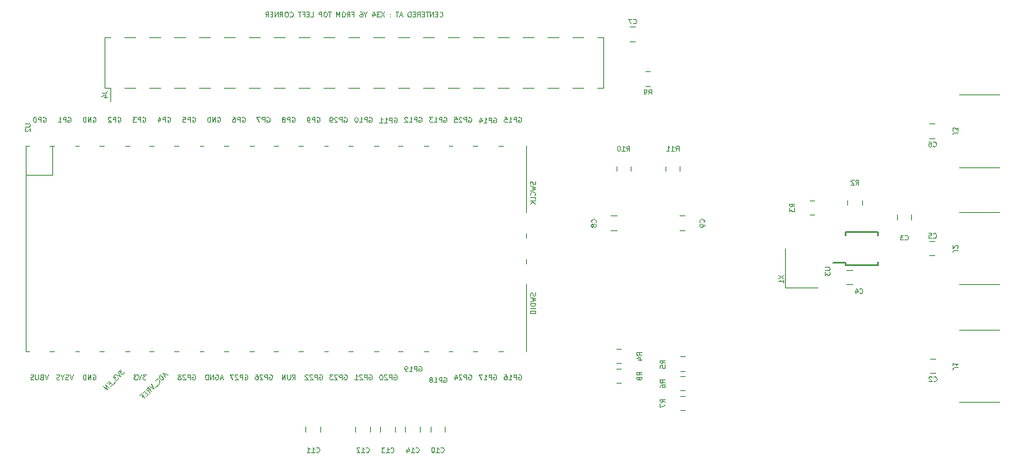
<source format=gbr>
%TF.GenerationSoftware,KiCad,Pcbnew,6.0.2+dfsg-1*%
%TF.CreationDate,2024-02-19T13:24:52+02:00*%
%TF.ProjectId,rpi_pico_si5351,7270695f-7069-4636-9f5f-736935333531,rev?*%
%TF.SameCoordinates,Original*%
%TF.FileFunction,Legend,Bot*%
%TF.FilePolarity,Positive*%
%FSLAX46Y46*%
G04 Gerber Fmt 4.6, Leading zero omitted, Abs format (unit mm)*
G04 Created by KiCad (PCBNEW 6.0.2+dfsg-1) date 2024-02-19 13:24:52*
%MOMM*%
%LPD*%
G01*
G04 APERTURE LIST*
%ADD10C,0.100000*%
%ADD11C,0.120000*%
%ADD12C,0.150000*%
G04 APERTURE END LIST*
D10*
X72738095Y-26278571D02*
X72761904Y-26302380D01*
X72833333Y-26326190D01*
X72880952Y-26326190D01*
X72952380Y-26302380D01*
X73000000Y-26254761D01*
X73023809Y-26207142D01*
X73047619Y-26111904D01*
X73047619Y-26040476D01*
X73023809Y-25945238D01*
X73000000Y-25897619D01*
X72952380Y-25850000D01*
X72880952Y-25826190D01*
X72833333Y-25826190D01*
X72761904Y-25850000D01*
X72738095Y-25873809D01*
X72523809Y-26064285D02*
X72357142Y-26064285D01*
X72285714Y-26326190D02*
X72523809Y-26326190D01*
X72523809Y-25826190D01*
X72285714Y-25826190D01*
X72071428Y-26326190D02*
X72071428Y-25826190D01*
X71785714Y-26326190D01*
X71785714Y-25826190D01*
X71619047Y-25826190D02*
X71333333Y-25826190D01*
X71476190Y-26326190D02*
X71476190Y-25826190D01*
X71166666Y-26064285D02*
X71000000Y-26064285D01*
X70928571Y-26326190D02*
X71166666Y-26326190D01*
X71166666Y-25826190D01*
X70928571Y-25826190D01*
X70428571Y-26326190D02*
X70595238Y-26088095D01*
X70714285Y-26326190D02*
X70714285Y-25826190D01*
X70523809Y-25826190D01*
X70476190Y-25850000D01*
X70452380Y-25873809D01*
X70428571Y-25921428D01*
X70428571Y-25992857D01*
X70452380Y-26040476D01*
X70476190Y-26064285D01*
X70523809Y-26088095D01*
X70714285Y-26088095D01*
X70214285Y-26064285D02*
X70047619Y-26064285D01*
X69976190Y-26326190D02*
X70214285Y-26326190D01*
X70214285Y-25826190D01*
X69976190Y-25826190D01*
X69761904Y-26326190D02*
X69761904Y-25826190D01*
X69642857Y-25826190D01*
X69571428Y-25850000D01*
X69523809Y-25897619D01*
X69500000Y-25945238D01*
X69476190Y-26040476D01*
X69476190Y-26111904D01*
X69500000Y-26207142D01*
X69523809Y-26254761D01*
X69571428Y-26302380D01*
X69642857Y-26326190D01*
X69761904Y-26326190D01*
X68904761Y-26183333D02*
X68666666Y-26183333D01*
X68952380Y-26326190D02*
X68785714Y-25826190D01*
X68619047Y-26326190D01*
X68523809Y-25826190D02*
X68238095Y-25826190D01*
X68380952Y-26326190D02*
X68380952Y-25826190D01*
X67690476Y-26278571D02*
X67666666Y-26302380D01*
X67690476Y-26326190D01*
X67714285Y-26302380D01*
X67690476Y-26278571D01*
X67690476Y-26326190D01*
X67690476Y-26016666D02*
X67666666Y-26040476D01*
X67690476Y-26064285D01*
X67714285Y-26040476D01*
X67690476Y-26016666D01*
X67690476Y-26064285D01*
X67119047Y-25826190D02*
X66785714Y-26326190D01*
X66785714Y-25826190D02*
X67119047Y-26326190D01*
X66642857Y-25826190D02*
X66333333Y-25826190D01*
X66500000Y-26016666D01*
X66428571Y-26016666D01*
X66380952Y-26040476D01*
X66357142Y-26064285D01*
X66333333Y-26111904D01*
X66333333Y-26230952D01*
X66357142Y-26278571D01*
X66380952Y-26302380D01*
X66428571Y-26326190D01*
X66571428Y-26326190D01*
X66619047Y-26302380D01*
X66642857Y-26278571D01*
X65904761Y-25992857D02*
X65904761Y-26326190D01*
X66023809Y-25802380D02*
X66142857Y-26159523D01*
X65833333Y-26159523D01*
X65166666Y-26088095D02*
X65166666Y-26326190D01*
X65333333Y-25826190D02*
X65166666Y-26088095D01*
X65000000Y-25826190D01*
X64619047Y-25826190D02*
X64714285Y-25826190D01*
X64761904Y-25850000D01*
X64785714Y-25873809D01*
X64833333Y-25945238D01*
X64857142Y-26040476D01*
X64857142Y-26230952D01*
X64833333Y-26278571D01*
X64809523Y-26302380D01*
X64761904Y-26326190D01*
X64666666Y-26326190D01*
X64619047Y-26302380D01*
X64595238Y-26278571D01*
X64571428Y-26230952D01*
X64571428Y-26111904D01*
X64595238Y-26064285D01*
X64619047Y-26040476D01*
X64666666Y-26016666D01*
X64761904Y-26016666D01*
X64809523Y-26040476D01*
X64833333Y-26064285D01*
X64857142Y-26111904D01*
X63809523Y-26064285D02*
X63976190Y-26064285D01*
X63976190Y-26326190D02*
X63976190Y-25826190D01*
X63738095Y-25826190D01*
X63261904Y-26326190D02*
X63428571Y-26088095D01*
X63547619Y-26326190D02*
X63547619Y-25826190D01*
X63357142Y-25826190D01*
X63309523Y-25850000D01*
X63285714Y-25873809D01*
X63261904Y-25921428D01*
X63261904Y-25992857D01*
X63285714Y-26040476D01*
X63309523Y-26064285D01*
X63357142Y-26088095D01*
X63547619Y-26088095D01*
X62952380Y-25826190D02*
X62857142Y-25826190D01*
X62809523Y-25850000D01*
X62761904Y-25897619D01*
X62738095Y-25992857D01*
X62738095Y-26159523D01*
X62761904Y-26254761D01*
X62809523Y-26302380D01*
X62857142Y-26326190D01*
X62952380Y-26326190D01*
X63000000Y-26302380D01*
X63047619Y-26254761D01*
X63071428Y-26159523D01*
X63071428Y-25992857D01*
X63047619Y-25897619D01*
X63000000Y-25850000D01*
X62952380Y-25826190D01*
X62523809Y-26326190D02*
X62523809Y-25826190D01*
X62357142Y-26183333D01*
X62190476Y-25826190D01*
X62190476Y-26326190D01*
X61642857Y-25826190D02*
X61357142Y-25826190D01*
X61500000Y-26326190D02*
X61500000Y-25826190D01*
X61095238Y-25826190D02*
X61000000Y-25826190D01*
X60952380Y-25850000D01*
X60904761Y-25897619D01*
X60880952Y-25992857D01*
X60880952Y-26159523D01*
X60904761Y-26254761D01*
X60952380Y-26302380D01*
X61000000Y-26326190D01*
X61095238Y-26326190D01*
X61142857Y-26302380D01*
X61190476Y-26254761D01*
X61214285Y-26159523D01*
X61214285Y-25992857D01*
X61190476Y-25897619D01*
X61142857Y-25850000D01*
X61095238Y-25826190D01*
X60666666Y-26326190D02*
X60666666Y-25826190D01*
X60476190Y-25826190D01*
X60428571Y-25850000D01*
X60404761Y-25873809D01*
X60380952Y-25921428D01*
X60380952Y-25992857D01*
X60404761Y-26040476D01*
X60428571Y-26064285D01*
X60476190Y-26088095D01*
X60666666Y-26088095D01*
X59547619Y-26326190D02*
X59785714Y-26326190D01*
X59785714Y-25826190D01*
X59380952Y-26064285D02*
X59214285Y-26064285D01*
X59142857Y-26326190D02*
X59380952Y-26326190D01*
X59380952Y-25826190D01*
X59142857Y-25826190D01*
X58761904Y-26064285D02*
X58928571Y-26064285D01*
X58928571Y-26326190D02*
X58928571Y-25826190D01*
X58690476Y-25826190D01*
X58571428Y-25826190D02*
X58285714Y-25826190D01*
X58428571Y-26326190D02*
X58428571Y-25826190D01*
X57452380Y-26278571D02*
X57476190Y-26302380D01*
X57547619Y-26326190D01*
X57595238Y-26326190D01*
X57666666Y-26302380D01*
X57714285Y-26254761D01*
X57738095Y-26207142D01*
X57761904Y-26111904D01*
X57761904Y-26040476D01*
X57738095Y-25945238D01*
X57714285Y-25897619D01*
X57666666Y-25850000D01*
X57595238Y-25826190D01*
X57547619Y-25826190D01*
X57476190Y-25850000D01*
X57452380Y-25873809D01*
X57142857Y-25826190D02*
X57047619Y-25826190D01*
X57000000Y-25850000D01*
X56952380Y-25897619D01*
X56928571Y-25992857D01*
X56928571Y-26159523D01*
X56952380Y-26254761D01*
X57000000Y-26302380D01*
X57047619Y-26326190D01*
X57142857Y-26326190D01*
X57190476Y-26302380D01*
X57238095Y-26254761D01*
X57261904Y-26159523D01*
X57261904Y-25992857D01*
X57238095Y-25897619D01*
X57190476Y-25850000D01*
X57142857Y-25826190D01*
X56428571Y-26326190D02*
X56595238Y-26088095D01*
X56714285Y-26326190D02*
X56714285Y-25826190D01*
X56523809Y-25826190D01*
X56476190Y-25850000D01*
X56452380Y-25873809D01*
X56428571Y-25921428D01*
X56428571Y-25992857D01*
X56452380Y-26040476D01*
X56476190Y-26064285D01*
X56523809Y-26088095D01*
X56714285Y-26088095D01*
X56214285Y-26326190D02*
X56214285Y-25826190D01*
X55928571Y-26326190D01*
X55928571Y-25826190D01*
X55690476Y-26064285D02*
X55523809Y-26064285D01*
X55452380Y-26326190D02*
X55690476Y-26326190D01*
X55690476Y-25826190D01*
X55452380Y-25826190D01*
X54952380Y-26326190D02*
X55119047Y-26088095D01*
X55238095Y-26326190D02*
X55238095Y-25826190D01*
X55047619Y-25826190D01*
X55000000Y-25850000D01*
X54976190Y-25873809D01*
X54952380Y-25921428D01*
X54952380Y-25992857D01*
X54976190Y-26040476D01*
X55000000Y-26064285D01*
X55047619Y-26088095D01*
X55238095Y-26088095D01*
%TO.C,R11*%
X96821428Y-40026190D02*
X96988095Y-39788095D01*
X97107142Y-40026190D02*
X97107142Y-39526190D01*
X96916666Y-39526190D01*
X96869047Y-39550000D01*
X96845238Y-39573809D01*
X96821428Y-39621428D01*
X96821428Y-39692857D01*
X96845238Y-39740476D01*
X96869047Y-39764285D01*
X96916666Y-39788095D01*
X97107142Y-39788095D01*
X96345238Y-40026190D02*
X96630952Y-40026190D01*
X96488095Y-40026190D02*
X96488095Y-39526190D01*
X96535714Y-39597619D01*
X96583333Y-39645238D01*
X96630952Y-39669047D01*
X95869047Y-40026190D02*
X96154761Y-40026190D01*
X96011904Y-40026190D02*
X96011904Y-39526190D01*
X96059523Y-39597619D01*
X96107142Y-39645238D01*
X96154761Y-39669047D01*
%TO.C,J3*%
X125578809Y-38166666D02*
X125221666Y-38166666D01*
X125150238Y-38190476D01*
X125102619Y-38238095D01*
X125078809Y-38309523D01*
X125078809Y-38357142D01*
X125578809Y-37976190D02*
X125578809Y-37666666D01*
X125388333Y-37833333D01*
X125388333Y-37761904D01*
X125364523Y-37714285D01*
X125340714Y-37690476D01*
X125293095Y-37666666D01*
X125174047Y-37666666D01*
X125126428Y-37690476D01*
X125102619Y-37714285D01*
X125078809Y-37761904D01*
X125078809Y-37904761D01*
X125102619Y-37952380D01*
X125126428Y-37976190D01*
%TO.C,C10*%
X72846428Y-70778571D02*
X72870238Y-70802380D01*
X72941666Y-70826190D01*
X72989285Y-70826190D01*
X73060714Y-70802380D01*
X73108333Y-70754761D01*
X73132142Y-70707142D01*
X73155952Y-70611904D01*
X73155952Y-70540476D01*
X73132142Y-70445238D01*
X73108333Y-70397619D01*
X73060714Y-70350000D01*
X72989285Y-70326190D01*
X72941666Y-70326190D01*
X72870238Y-70350000D01*
X72846428Y-70373809D01*
X72370238Y-70826190D02*
X72655952Y-70826190D01*
X72513095Y-70826190D02*
X72513095Y-70326190D01*
X72560714Y-70397619D01*
X72608333Y-70445238D01*
X72655952Y-70469047D01*
X72060714Y-70326190D02*
X72013095Y-70326190D01*
X71965476Y-70350000D01*
X71941666Y-70373809D01*
X71917857Y-70421428D01*
X71894047Y-70516666D01*
X71894047Y-70635714D01*
X71917857Y-70730952D01*
X71941666Y-70778571D01*
X71965476Y-70802380D01*
X72013095Y-70826190D01*
X72060714Y-70826190D01*
X72108333Y-70802380D01*
X72132142Y-70778571D01*
X72155952Y-70730952D01*
X72179761Y-70635714D01*
X72179761Y-70516666D01*
X72155952Y-70421428D01*
X72132142Y-70373809D01*
X72108333Y-70350000D01*
X72060714Y-70326190D01*
%TO.C,J1*%
X125578809Y-62166666D02*
X125221666Y-62166666D01*
X125150238Y-62190476D01*
X125102619Y-62238095D01*
X125078809Y-62309523D01*
X125078809Y-62357142D01*
X125078809Y-61666666D02*
X125078809Y-61952380D01*
X125078809Y-61809523D02*
X125578809Y-61809523D01*
X125507380Y-61857142D01*
X125459761Y-61904761D01*
X125435952Y-61952380D01*
%TO.C,J2*%
X125578809Y-50166666D02*
X125221666Y-50166666D01*
X125150238Y-50190476D01*
X125102619Y-50238095D01*
X125078809Y-50309523D01*
X125078809Y-50357142D01*
X125531190Y-49952380D02*
X125555000Y-49928571D01*
X125578809Y-49880952D01*
X125578809Y-49761904D01*
X125555000Y-49714285D01*
X125531190Y-49690476D01*
X125483571Y-49666666D01*
X125435952Y-49666666D01*
X125364523Y-49690476D01*
X125078809Y-49976190D01*
X125078809Y-49666666D01*
%TO.C,J4*%
X38276190Y-34083333D02*
X38633333Y-34083333D01*
X38704761Y-34059523D01*
X38752380Y-34011904D01*
X38776190Y-33940476D01*
X38776190Y-33892857D01*
X38442857Y-34535714D02*
X38776190Y-34535714D01*
X38252380Y-34416666D02*
X38609523Y-34297619D01*
X38609523Y-34607142D01*
%TO.C,C8*%
X88653571Y-47316666D02*
X88677380Y-47292857D01*
X88701190Y-47221428D01*
X88701190Y-47173809D01*
X88677380Y-47102380D01*
X88629761Y-47054761D01*
X88582142Y-47030952D01*
X88486904Y-47007142D01*
X88415476Y-47007142D01*
X88320238Y-47030952D01*
X88272619Y-47054761D01*
X88225000Y-47102380D01*
X88201190Y-47173809D01*
X88201190Y-47221428D01*
X88225000Y-47292857D01*
X88248809Y-47316666D01*
X88415476Y-47602380D02*
X88391666Y-47554761D01*
X88367857Y-47530952D01*
X88320238Y-47507142D01*
X88296428Y-47507142D01*
X88248809Y-47530952D01*
X88225000Y-47554761D01*
X88201190Y-47602380D01*
X88201190Y-47697619D01*
X88225000Y-47745238D01*
X88248809Y-47769047D01*
X88296428Y-47792857D01*
X88320238Y-47792857D01*
X88367857Y-47769047D01*
X88391666Y-47745238D01*
X88415476Y-47697619D01*
X88415476Y-47602380D01*
X88439285Y-47554761D01*
X88463095Y-47530952D01*
X88510714Y-47507142D01*
X88605952Y-47507142D01*
X88653571Y-47530952D01*
X88677380Y-47554761D01*
X88701190Y-47602380D01*
X88701190Y-47697619D01*
X88677380Y-47745238D01*
X88653571Y-47769047D01*
X88605952Y-47792857D01*
X88510714Y-47792857D01*
X88463095Y-47769047D01*
X88439285Y-47745238D01*
X88415476Y-47697619D01*
%TO.C,U2*%
X30426190Y-37244047D02*
X30830952Y-37244047D01*
X30878571Y-37267857D01*
X30902380Y-37291666D01*
X30926190Y-37339285D01*
X30926190Y-37434523D01*
X30902380Y-37482142D01*
X30878571Y-37505952D01*
X30830952Y-37529761D01*
X30426190Y-37529761D01*
X30473809Y-37744047D02*
X30450000Y-37767857D01*
X30426190Y-37815476D01*
X30426190Y-37934523D01*
X30450000Y-37982142D01*
X30473809Y-38005952D01*
X30521428Y-38029761D01*
X30569047Y-38029761D01*
X30640476Y-38005952D01*
X30926190Y-37720238D01*
X30926190Y-38029761D01*
X52850238Y-62900000D02*
X52897857Y-62876190D01*
X52969285Y-62876190D01*
X53040714Y-62900000D01*
X53088333Y-62947619D01*
X53112142Y-62995238D01*
X53135952Y-63090476D01*
X53135952Y-63161904D01*
X53112142Y-63257142D01*
X53088333Y-63304761D01*
X53040714Y-63352380D01*
X52969285Y-63376190D01*
X52921666Y-63376190D01*
X52850238Y-63352380D01*
X52826428Y-63328571D01*
X52826428Y-63161904D01*
X52921666Y-63161904D01*
X52612142Y-63376190D02*
X52612142Y-62876190D01*
X52421666Y-62876190D01*
X52374047Y-62900000D01*
X52350238Y-62923809D01*
X52326428Y-62971428D01*
X52326428Y-63042857D01*
X52350238Y-63090476D01*
X52374047Y-63114285D01*
X52421666Y-63138095D01*
X52612142Y-63138095D01*
X52135952Y-62923809D02*
X52112142Y-62900000D01*
X52064523Y-62876190D01*
X51945476Y-62876190D01*
X51897857Y-62900000D01*
X51874047Y-62923809D01*
X51850238Y-62971428D01*
X51850238Y-63019047D01*
X51874047Y-63090476D01*
X52159761Y-63376190D01*
X51850238Y-63376190D01*
X51683571Y-62876190D02*
X51350238Y-62876190D01*
X51564523Y-63376190D01*
X78240238Y-62900000D02*
X78287857Y-62876190D01*
X78359285Y-62876190D01*
X78430714Y-62900000D01*
X78478333Y-62947619D01*
X78502142Y-62995238D01*
X78525952Y-63090476D01*
X78525952Y-63161904D01*
X78502142Y-63257142D01*
X78478333Y-63304761D01*
X78430714Y-63352380D01*
X78359285Y-63376190D01*
X78311666Y-63376190D01*
X78240238Y-63352380D01*
X78216428Y-63328571D01*
X78216428Y-63161904D01*
X78311666Y-63161904D01*
X78002142Y-63376190D02*
X78002142Y-62876190D01*
X77811666Y-62876190D01*
X77764047Y-62900000D01*
X77740238Y-62923809D01*
X77716428Y-62971428D01*
X77716428Y-63042857D01*
X77740238Y-63090476D01*
X77764047Y-63114285D01*
X77811666Y-63138095D01*
X78002142Y-63138095D01*
X77240238Y-63376190D02*
X77525952Y-63376190D01*
X77383095Y-63376190D02*
X77383095Y-62876190D01*
X77430714Y-62947619D01*
X77478333Y-62995238D01*
X77525952Y-63019047D01*
X77073571Y-62876190D02*
X76740238Y-62876190D01*
X76954523Y-63376190D01*
X32771666Y-62876190D02*
X32605000Y-63376190D01*
X32438333Y-62876190D01*
X32105000Y-63114285D02*
X32033571Y-63138095D01*
X32009761Y-63161904D01*
X31985952Y-63209523D01*
X31985952Y-63280952D01*
X32009761Y-63328571D01*
X32033571Y-63352380D01*
X32081190Y-63376190D01*
X32271666Y-63376190D01*
X32271666Y-62876190D01*
X32105000Y-62876190D01*
X32057380Y-62900000D01*
X32033571Y-62923809D01*
X32009761Y-62971428D01*
X32009761Y-63019047D01*
X32033571Y-63066666D01*
X32057380Y-63090476D01*
X32105000Y-63114285D01*
X32271666Y-63114285D01*
X31771666Y-62876190D02*
X31771666Y-63280952D01*
X31747857Y-63328571D01*
X31724047Y-63352380D01*
X31676428Y-63376190D01*
X31581190Y-63376190D01*
X31533571Y-63352380D01*
X31509761Y-63328571D01*
X31485952Y-63280952D01*
X31485952Y-62876190D01*
X31271666Y-63352380D02*
X31200238Y-63376190D01*
X31081190Y-63376190D01*
X31033571Y-63352380D01*
X31009761Y-63328571D01*
X30985952Y-63280952D01*
X30985952Y-63233333D01*
X31009761Y-63185714D01*
X31033571Y-63161904D01*
X31081190Y-63138095D01*
X31176428Y-63114285D01*
X31224047Y-63090476D01*
X31247857Y-63066666D01*
X31271666Y-63019047D01*
X31271666Y-62971428D01*
X31247857Y-62923809D01*
X31224047Y-62900000D01*
X31176428Y-62876190D01*
X31057380Y-62876190D01*
X30985952Y-62900000D01*
X82457380Y-54540476D02*
X82481190Y-54611904D01*
X82481190Y-54730952D01*
X82457380Y-54778571D01*
X82433571Y-54802380D01*
X82385952Y-54826190D01*
X82338333Y-54826190D01*
X82290714Y-54802380D01*
X82266904Y-54778571D01*
X82243095Y-54730952D01*
X82219285Y-54635714D01*
X82195476Y-54588095D01*
X82171666Y-54564285D01*
X82124047Y-54540476D01*
X82076428Y-54540476D01*
X82028809Y-54564285D01*
X82005000Y-54588095D01*
X81981190Y-54635714D01*
X81981190Y-54754761D01*
X82005000Y-54826190D01*
X81981190Y-54992857D02*
X82481190Y-55111904D01*
X82124047Y-55207142D01*
X82481190Y-55302380D01*
X81981190Y-55421428D01*
X82481190Y-55611904D02*
X81981190Y-55611904D01*
X81981190Y-55730952D01*
X82005000Y-55802380D01*
X82052619Y-55850000D01*
X82100238Y-55873809D01*
X82195476Y-55897619D01*
X82266904Y-55897619D01*
X82362142Y-55873809D01*
X82409761Y-55850000D01*
X82457380Y-55802380D01*
X82481190Y-55730952D01*
X82481190Y-55611904D01*
X82481190Y-56111904D02*
X81981190Y-56111904D01*
X81981190Y-56445238D02*
X81981190Y-56540476D01*
X82005000Y-56588095D01*
X82052619Y-56635714D01*
X82147857Y-56659523D01*
X82314523Y-56659523D01*
X82409761Y-56635714D01*
X82457380Y-56588095D01*
X82481190Y-56540476D01*
X82481190Y-56445238D01*
X82457380Y-56397619D01*
X82409761Y-56350000D01*
X82314523Y-56326190D01*
X82147857Y-56326190D01*
X82052619Y-56350000D01*
X82005000Y-56397619D01*
X81981190Y-56445238D01*
X82457380Y-43169047D02*
X82481190Y-43240476D01*
X82481190Y-43359523D01*
X82457380Y-43407142D01*
X82433571Y-43430952D01*
X82385952Y-43454761D01*
X82338333Y-43454761D01*
X82290714Y-43430952D01*
X82266904Y-43407142D01*
X82243095Y-43359523D01*
X82219285Y-43264285D01*
X82195476Y-43216666D01*
X82171666Y-43192857D01*
X82124047Y-43169047D01*
X82076428Y-43169047D01*
X82028809Y-43192857D01*
X82005000Y-43216666D01*
X81981190Y-43264285D01*
X81981190Y-43383333D01*
X82005000Y-43454761D01*
X81981190Y-43621428D02*
X82481190Y-43740476D01*
X82124047Y-43835714D01*
X82481190Y-43930952D01*
X81981190Y-44050000D01*
X82433571Y-44526190D02*
X82457380Y-44502380D01*
X82481190Y-44430952D01*
X82481190Y-44383333D01*
X82457380Y-44311904D01*
X82409761Y-44264285D01*
X82362142Y-44240476D01*
X82266904Y-44216666D01*
X82195476Y-44216666D01*
X82100238Y-44240476D01*
X82052619Y-44264285D01*
X82005000Y-44311904D01*
X81981190Y-44383333D01*
X81981190Y-44430952D01*
X82005000Y-44502380D01*
X82028809Y-44526190D01*
X82481190Y-44978571D02*
X82481190Y-44740476D01*
X81981190Y-44740476D01*
X82481190Y-45145238D02*
X81981190Y-45145238D01*
X82481190Y-45430952D02*
X82195476Y-45216666D01*
X81981190Y-45430952D02*
X82266904Y-45145238D01*
X42769047Y-62876190D02*
X42459523Y-62876190D01*
X42626190Y-63066666D01*
X42554761Y-63066666D01*
X42507142Y-63090476D01*
X42483333Y-63114285D01*
X42459523Y-63161904D01*
X42459523Y-63280952D01*
X42483333Y-63328571D01*
X42507142Y-63352380D01*
X42554761Y-63376190D01*
X42697619Y-63376190D01*
X42745238Y-63352380D01*
X42769047Y-63328571D01*
X42316666Y-62876190D02*
X42150000Y-63376190D01*
X41983333Y-62876190D01*
X41864285Y-62876190D02*
X41554761Y-62876190D01*
X41721428Y-63066666D01*
X41650000Y-63066666D01*
X41602380Y-63090476D01*
X41578571Y-63114285D01*
X41554761Y-63161904D01*
X41554761Y-63280952D01*
X41578571Y-63328571D01*
X41602380Y-63352380D01*
X41650000Y-63376190D01*
X41792857Y-63376190D01*
X41840476Y-63352380D01*
X41864285Y-63328571D01*
X73160238Y-63200000D02*
X73207857Y-63176190D01*
X73279285Y-63176190D01*
X73350714Y-63200000D01*
X73398333Y-63247619D01*
X73422142Y-63295238D01*
X73445952Y-63390476D01*
X73445952Y-63461904D01*
X73422142Y-63557142D01*
X73398333Y-63604761D01*
X73350714Y-63652380D01*
X73279285Y-63676190D01*
X73231666Y-63676190D01*
X73160238Y-63652380D01*
X73136428Y-63628571D01*
X73136428Y-63461904D01*
X73231666Y-63461904D01*
X72922142Y-63676190D02*
X72922142Y-63176190D01*
X72731666Y-63176190D01*
X72684047Y-63200000D01*
X72660238Y-63223809D01*
X72636428Y-63271428D01*
X72636428Y-63342857D01*
X72660238Y-63390476D01*
X72684047Y-63414285D01*
X72731666Y-63438095D01*
X72922142Y-63438095D01*
X72160238Y-63676190D02*
X72445952Y-63676190D01*
X72303095Y-63676190D02*
X72303095Y-63176190D01*
X72350714Y-63247619D01*
X72398333Y-63295238D01*
X72445952Y-63319047D01*
X71874523Y-63390476D02*
X71922142Y-63366666D01*
X71945952Y-63342857D01*
X71969761Y-63295238D01*
X71969761Y-63271428D01*
X71945952Y-63223809D01*
X71922142Y-63200000D01*
X71874523Y-63176190D01*
X71779285Y-63176190D01*
X71731666Y-63200000D01*
X71707857Y-63223809D01*
X71684047Y-63271428D01*
X71684047Y-63295238D01*
X71707857Y-63342857D01*
X71731666Y-63366666D01*
X71779285Y-63390476D01*
X71874523Y-63390476D01*
X71922142Y-63414285D01*
X71945952Y-63438095D01*
X71969761Y-63485714D01*
X71969761Y-63580952D01*
X71945952Y-63628571D01*
X71922142Y-63652380D01*
X71874523Y-63676190D01*
X71779285Y-63676190D01*
X71731666Y-63652380D01*
X71707857Y-63628571D01*
X71684047Y-63580952D01*
X71684047Y-63485714D01*
X71707857Y-63438095D01*
X71731666Y-63414285D01*
X71779285Y-63390476D01*
X47506238Y-62900000D02*
X47553857Y-62876190D01*
X47625285Y-62876190D01*
X47696714Y-62900000D01*
X47744333Y-62947619D01*
X47768142Y-62995238D01*
X47791952Y-63090476D01*
X47791952Y-63161904D01*
X47768142Y-63257142D01*
X47744333Y-63304761D01*
X47696714Y-63352380D01*
X47625285Y-63376190D01*
X47577666Y-63376190D01*
X47506238Y-63352380D01*
X47482428Y-63328571D01*
X47482428Y-63161904D01*
X47577666Y-63161904D01*
X47268142Y-63376190D02*
X47268142Y-62876190D01*
X47077666Y-62876190D01*
X47030047Y-62900000D01*
X47006238Y-62923809D01*
X46982428Y-62971428D01*
X46982428Y-63042857D01*
X47006238Y-63090476D01*
X47030047Y-63114285D01*
X47077666Y-63138095D01*
X47268142Y-63138095D01*
X46791952Y-62923809D02*
X46768142Y-62900000D01*
X46720523Y-62876190D01*
X46601476Y-62876190D01*
X46553857Y-62900000D01*
X46530047Y-62923809D01*
X46506238Y-62971428D01*
X46506238Y-63019047D01*
X46530047Y-63090476D01*
X46815761Y-63376190D01*
X46506238Y-63376190D01*
X46220523Y-63090476D02*
X46268142Y-63066666D01*
X46291952Y-63042857D01*
X46315761Y-62995238D01*
X46315761Y-62971428D01*
X46291952Y-62923809D01*
X46268142Y-62900000D01*
X46220523Y-62876190D01*
X46125285Y-62876190D01*
X46077666Y-62900000D01*
X46053857Y-62923809D01*
X46030047Y-62971428D01*
X46030047Y-62995238D01*
X46053857Y-63042857D01*
X46077666Y-63066666D01*
X46125285Y-63090476D01*
X46220523Y-63090476D01*
X46268142Y-63114285D01*
X46291952Y-63138095D01*
X46315761Y-63185714D01*
X46315761Y-63280952D01*
X46291952Y-63328571D01*
X46268142Y-63352380D01*
X46220523Y-63376190D01*
X46125285Y-63376190D01*
X46077666Y-63352380D01*
X46053857Y-63328571D01*
X46030047Y-63280952D01*
X46030047Y-63185714D01*
X46053857Y-63138095D01*
X46077666Y-63114285D01*
X46125285Y-63090476D01*
X35322142Y-62876190D02*
X35155476Y-63376190D01*
X34988809Y-62876190D01*
X34845952Y-63352380D02*
X34774523Y-63376190D01*
X34655476Y-63376190D01*
X34607857Y-63352380D01*
X34584047Y-63328571D01*
X34560238Y-63280952D01*
X34560238Y-63233333D01*
X34584047Y-63185714D01*
X34607857Y-63161904D01*
X34655476Y-63138095D01*
X34750714Y-63114285D01*
X34798333Y-63090476D01*
X34822142Y-63066666D01*
X34845952Y-63019047D01*
X34845952Y-62971428D01*
X34822142Y-62923809D01*
X34798333Y-62900000D01*
X34750714Y-62876190D01*
X34631666Y-62876190D01*
X34560238Y-62900000D01*
X34250714Y-63138095D02*
X34250714Y-63376190D01*
X34417380Y-62876190D02*
X34250714Y-63138095D01*
X34084047Y-62876190D01*
X33941190Y-63352380D02*
X33869761Y-63376190D01*
X33750714Y-63376190D01*
X33703095Y-63352380D01*
X33679285Y-63328571D01*
X33655476Y-63280952D01*
X33655476Y-63233333D01*
X33679285Y-63185714D01*
X33703095Y-63161904D01*
X33750714Y-63138095D01*
X33845952Y-63114285D01*
X33893571Y-63090476D01*
X33917380Y-63066666D01*
X33941190Y-63019047D01*
X33941190Y-62971428D01*
X33917380Y-62923809D01*
X33893571Y-62900000D01*
X33845952Y-62876190D01*
X33726904Y-62876190D01*
X33655476Y-62900000D01*
X37380952Y-36600000D02*
X37428571Y-36576190D01*
X37500000Y-36576190D01*
X37571428Y-36600000D01*
X37619047Y-36647619D01*
X37642857Y-36695238D01*
X37666666Y-36790476D01*
X37666666Y-36861904D01*
X37642857Y-36957142D01*
X37619047Y-37004761D01*
X37571428Y-37052380D01*
X37500000Y-37076190D01*
X37452380Y-37076190D01*
X37380952Y-37052380D01*
X37357142Y-37028571D01*
X37357142Y-36861904D01*
X37452380Y-36861904D01*
X37142857Y-37076190D02*
X37142857Y-36576190D01*
X36857142Y-37076190D01*
X36857142Y-36576190D01*
X36619047Y-37076190D02*
X36619047Y-36576190D01*
X36500000Y-36576190D01*
X36428571Y-36600000D01*
X36380952Y-36647619D01*
X36357142Y-36695238D01*
X36333333Y-36790476D01*
X36333333Y-36861904D01*
X36357142Y-36957142D01*
X36380952Y-37004761D01*
X36428571Y-37052380D01*
X36500000Y-37076190D01*
X36619047Y-37076190D01*
X75695238Y-62900000D02*
X75742857Y-62876190D01*
X75814285Y-62876190D01*
X75885714Y-62900000D01*
X75933333Y-62947619D01*
X75957142Y-62995238D01*
X75980952Y-63090476D01*
X75980952Y-63161904D01*
X75957142Y-63257142D01*
X75933333Y-63304761D01*
X75885714Y-63352380D01*
X75814285Y-63376190D01*
X75766666Y-63376190D01*
X75695238Y-63352380D01*
X75671428Y-63328571D01*
X75671428Y-63161904D01*
X75766666Y-63161904D01*
X75457142Y-63376190D02*
X75457142Y-62876190D01*
X75266666Y-62876190D01*
X75219047Y-62900000D01*
X75195238Y-62923809D01*
X75171428Y-62971428D01*
X75171428Y-63042857D01*
X75195238Y-63090476D01*
X75219047Y-63114285D01*
X75266666Y-63138095D01*
X75457142Y-63138095D01*
X74980952Y-62923809D02*
X74957142Y-62900000D01*
X74909523Y-62876190D01*
X74790476Y-62876190D01*
X74742857Y-62900000D01*
X74719047Y-62923809D01*
X74695238Y-62971428D01*
X74695238Y-63019047D01*
X74719047Y-63090476D01*
X75004761Y-63376190D01*
X74695238Y-63376190D01*
X74266666Y-63042857D02*
X74266666Y-63376190D01*
X74385714Y-62852380D02*
X74504761Y-63209523D01*
X74195238Y-63209523D01*
X68080238Y-62900000D02*
X68127857Y-62876190D01*
X68199285Y-62876190D01*
X68270714Y-62900000D01*
X68318333Y-62947619D01*
X68342142Y-62995238D01*
X68365952Y-63090476D01*
X68365952Y-63161904D01*
X68342142Y-63257142D01*
X68318333Y-63304761D01*
X68270714Y-63352380D01*
X68199285Y-63376190D01*
X68151666Y-63376190D01*
X68080238Y-63352380D01*
X68056428Y-63328571D01*
X68056428Y-63161904D01*
X68151666Y-63161904D01*
X67842142Y-63376190D02*
X67842142Y-62876190D01*
X67651666Y-62876190D01*
X67604047Y-62900000D01*
X67580238Y-62923809D01*
X67556428Y-62971428D01*
X67556428Y-63042857D01*
X67580238Y-63090476D01*
X67604047Y-63114285D01*
X67651666Y-63138095D01*
X67842142Y-63138095D01*
X67365952Y-62923809D02*
X67342142Y-62900000D01*
X67294523Y-62876190D01*
X67175476Y-62876190D01*
X67127857Y-62900000D01*
X67104047Y-62923809D01*
X67080238Y-62971428D01*
X67080238Y-63019047D01*
X67104047Y-63090476D01*
X67389761Y-63376190D01*
X67080238Y-63376190D01*
X66770714Y-62876190D02*
X66723095Y-62876190D01*
X66675476Y-62900000D01*
X66651666Y-62923809D01*
X66627857Y-62971428D01*
X66604047Y-63066666D01*
X66604047Y-63185714D01*
X66627857Y-63280952D01*
X66651666Y-63328571D01*
X66675476Y-63352380D01*
X66723095Y-63376190D01*
X66770714Y-63376190D01*
X66818333Y-63352380D01*
X66842142Y-63328571D01*
X66865952Y-63280952D01*
X66889761Y-63185714D01*
X66889761Y-63066666D01*
X66865952Y-62971428D01*
X66842142Y-62923809D01*
X66818333Y-62900000D01*
X66770714Y-62876190D01*
X40223942Y-62288832D02*
X40005076Y-62507698D01*
X40257614Y-62524534D01*
X40207106Y-62575042D01*
X40190270Y-62625549D01*
X40190270Y-62659221D01*
X40207106Y-62709729D01*
X40291286Y-62793908D01*
X40341793Y-62810744D01*
X40375465Y-62810744D01*
X40425973Y-62793908D01*
X40526988Y-62692893D01*
X40543824Y-62642385D01*
X40543824Y-62608713D01*
X39904061Y-62608713D02*
X40139763Y-63080118D01*
X39668358Y-62844416D01*
X39584179Y-62928595D02*
X39365312Y-63147461D01*
X39617851Y-63164297D01*
X39567343Y-63214805D01*
X39550507Y-63265312D01*
X39550507Y-63298984D01*
X39567343Y-63349492D01*
X39651522Y-63433671D01*
X39702030Y-63450507D01*
X39735702Y-63450507D01*
X39786209Y-63433671D01*
X39887225Y-63332656D01*
X39904061Y-63282148D01*
X39904061Y-63248477D01*
X39685194Y-63602030D02*
X39415820Y-63871404D01*
X39112774Y-63736717D02*
X38994923Y-63854568D01*
X39129610Y-64090270D02*
X39297969Y-63921912D01*
X38944416Y-63568358D01*
X38776057Y-63736717D01*
X38978087Y-64241793D02*
X38624534Y-63888240D01*
X38776057Y-64443824D01*
X38422503Y-64090270D01*
X80780238Y-36600000D02*
X80827857Y-36576190D01*
X80899285Y-36576190D01*
X80970714Y-36600000D01*
X81018333Y-36647619D01*
X81042142Y-36695238D01*
X81065952Y-36790476D01*
X81065952Y-36861904D01*
X81042142Y-36957142D01*
X81018333Y-37004761D01*
X80970714Y-37052380D01*
X80899285Y-37076190D01*
X80851666Y-37076190D01*
X80780238Y-37052380D01*
X80756428Y-37028571D01*
X80756428Y-36861904D01*
X80851666Y-36861904D01*
X80542142Y-37076190D02*
X80542142Y-36576190D01*
X80351666Y-36576190D01*
X80304047Y-36600000D01*
X80280238Y-36623809D01*
X80256428Y-36671428D01*
X80256428Y-36742857D01*
X80280238Y-36790476D01*
X80304047Y-36814285D01*
X80351666Y-36838095D01*
X80542142Y-36838095D01*
X79780238Y-37076190D02*
X80065952Y-37076190D01*
X79923095Y-37076190D02*
X79923095Y-36576190D01*
X79970714Y-36647619D01*
X80018333Y-36695238D01*
X80065952Y-36719047D01*
X79327857Y-36576190D02*
X79565952Y-36576190D01*
X79589761Y-36814285D01*
X79565952Y-36790476D01*
X79518333Y-36766666D01*
X79399285Y-36766666D01*
X79351666Y-36790476D01*
X79327857Y-36814285D01*
X79304047Y-36861904D01*
X79304047Y-36980952D01*
X79327857Y-37028571D01*
X79351666Y-37052380D01*
X79399285Y-37076190D01*
X79518333Y-37076190D01*
X79565952Y-37052380D01*
X79589761Y-37028571D01*
X39902142Y-36600000D02*
X39949761Y-36576190D01*
X40021190Y-36576190D01*
X40092619Y-36600000D01*
X40140238Y-36647619D01*
X40164047Y-36695238D01*
X40187857Y-36790476D01*
X40187857Y-36861904D01*
X40164047Y-36957142D01*
X40140238Y-37004761D01*
X40092619Y-37052380D01*
X40021190Y-37076190D01*
X39973571Y-37076190D01*
X39902142Y-37052380D01*
X39878333Y-37028571D01*
X39878333Y-36861904D01*
X39973571Y-36861904D01*
X39664047Y-37076190D02*
X39664047Y-36576190D01*
X39473571Y-36576190D01*
X39425952Y-36600000D01*
X39402142Y-36623809D01*
X39378333Y-36671428D01*
X39378333Y-36742857D01*
X39402142Y-36790476D01*
X39425952Y-36814285D01*
X39473571Y-36838095D01*
X39664047Y-36838095D01*
X39187857Y-36623809D02*
X39164047Y-36600000D01*
X39116428Y-36576190D01*
X38997380Y-36576190D01*
X38949761Y-36600000D01*
X38925952Y-36623809D01*
X38902142Y-36671428D01*
X38902142Y-36719047D01*
X38925952Y-36790476D01*
X39211666Y-37076190D01*
X38902142Y-37076190D01*
X70620238Y-62050000D02*
X70667857Y-62026190D01*
X70739285Y-62026190D01*
X70810714Y-62050000D01*
X70858333Y-62097619D01*
X70882142Y-62145238D01*
X70905952Y-62240476D01*
X70905952Y-62311904D01*
X70882142Y-62407142D01*
X70858333Y-62454761D01*
X70810714Y-62502380D01*
X70739285Y-62526190D01*
X70691666Y-62526190D01*
X70620238Y-62502380D01*
X70596428Y-62478571D01*
X70596428Y-62311904D01*
X70691666Y-62311904D01*
X70382142Y-62526190D02*
X70382142Y-62026190D01*
X70191666Y-62026190D01*
X70144047Y-62050000D01*
X70120238Y-62073809D01*
X70096428Y-62121428D01*
X70096428Y-62192857D01*
X70120238Y-62240476D01*
X70144047Y-62264285D01*
X70191666Y-62288095D01*
X70382142Y-62288095D01*
X69620238Y-62526190D02*
X69905952Y-62526190D01*
X69763095Y-62526190D02*
X69763095Y-62026190D01*
X69810714Y-62097619D01*
X69858333Y-62145238D01*
X69905952Y-62169047D01*
X69382142Y-62526190D02*
X69286904Y-62526190D01*
X69239285Y-62502380D01*
X69215476Y-62478571D01*
X69167857Y-62407142D01*
X69144047Y-62311904D01*
X69144047Y-62121428D01*
X69167857Y-62073809D01*
X69191666Y-62050000D01*
X69239285Y-62026190D01*
X69334523Y-62026190D01*
X69382142Y-62050000D01*
X69405952Y-62073809D01*
X69429761Y-62121428D01*
X69429761Y-62240476D01*
X69405952Y-62288095D01*
X69382142Y-62311904D01*
X69334523Y-62335714D01*
X69239285Y-62335714D01*
X69191666Y-62311904D01*
X69167857Y-62288095D01*
X69144047Y-62240476D01*
X37380952Y-62900000D02*
X37428571Y-62876190D01*
X37500000Y-62876190D01*
X37571428Y-62900000D01*
X37619047Y-62947619D01*
X37642857Y-62995238D01*
X37666666Y-63090476D01*
X37666666Y-63161904D01*
X37642857Y-63257142D01*
X37619047Y-63304761D01*
X37571428Y-63352380D01*
X37500000Y-63376190D01*
X37452380Y-63376190D01*
X37380952Y-63352380D01*
X37357142Y-63328571D01*
X37357142Y-63161904D01*
X37452380Y-63161904D01*
X37142857Y-63376190D02*
X37142857Y-62876190D01*
X36857142Y-63376190D01*
X36857142Y-62876190D01*
X36619047Y-63376190D02*
X36619047Y-62876190D01*
X36500000Y-62876190D01*
X36428571Y-62900000D01*
X36380952Y-62947619D01*
X36357142Y-62995238D01*
X36333333Y-63090476D01*
X36333333Y-63161904D01*
X36357142Y-63257142D01*
X36380952Y-63304761D01*
X36428571Y-63352380D01*
X36500000Y-63376190D01*
X36619047Y-63376190D01*
X32282142Y-36600000D02*
X32329761Y-36576190D01*
X32401190Y-36576190D01*
X32472619Y-36600000D01*
X32520238Y-36647619D01*
X32544047Y-36695238D01*
X32567857Y-36790476D01*
X32567857Y-36861904D01*
X32544047Y-36957142D01*
X32520238Y-37004761D01*
X32472619Y-37052380D01*
X32401190Y-37076190D01*
X32353571Y-37076190D01*
X32282142Y-37052380D01*
X32258333Y-37028571D01*
X32258333Y-36861904D01*
X32353571Y-36861904D01*
X32044047Y-37076190D02*
X32044047Y-36576190D01*
X31853571Y-36576190D01*
X31805952Y-36600000D01*
X31782142Y-36623809D01*
X31758333Y-36671428D01*
X31758333Y-36742857D01*
X31782142Y-36790476D01*
X31805952Y-36814285D01*
X31853571Y-36838095D01*
X32044047Y-36838095D01*
X31448809Y-36576190D02*
X31401190Y-36576190D01*
X31353571Y-36600000D01*
X31329761Y-36623809D01*
X31305952Y-36671428D01*
X31282142Y-36766666D01*
X31282142Y-36885714D01*
X31305952Y-36980952D01*
X31329761Y-37028571D01*
X31353571Y-37052380D01*
X31401190Y-37076190D01*
X31448809Y-37076190D01*
X31496428Y-37052380D01*
X31520238Y-37028571D01*
X31544047Y-36980952D01*
X31567857Y-36885714D01*
X31567857Y-36766666D01*
X31544047Y-36671428D01*
X31520238Y-36623809D01*
X31496428Y-36600000D01*
X31448809Y-36576190D01*
X47522142Y-36600000D02*
X47569761Y-36576190D01*
X47641190Y-36576190D01*
X47712619Y-36600000D01*
X47760238Y-36647619D01*
X47784047Y-36695238D01*
X47807857Y-36790476D01*
X47807857Y-36861904D01*
X47784047Y-36957142D01*
X47760238Y-37004761D01*
X47712619Y-37052380D01*
X47641190Y-37076190D01*
X47593571Y-37076190D01*
X47522142Y-37052380D01*
X47498333Y-37028571D01*
X47498333Y-36861904D01*
X47593571Y-36861904D01*
X47284047Y-37076190D02*
X47284047Y-36576190D01*
X47093571Y-36576190D01*
X47045952Y-36600000D01*
X47022142Y-36623809D01*
X46998333Y-36671428D01*
X46998333Y-36742857D01*
X47022142Y-36790476D01*
X47045952Y-36814285D01*
X47093571Y-36838095D01*
X47284047Y-36838095D01*
X46545952Y-36576190D02*
X46784047Y-36576190D01*
X46807857Y-36814285D01*
X46784047Y-36790476D01*
X46736428Y-36766666D01*
X46617380Y-36766666D01*
X46569761Y-36790476D01*
X46545952Y-36814285D01*
X46522142Y-36861904D01*
X46522142Y-36980952D01*
X46545952Y-37028571D01*
X46569761Y-37052380D01*
X46617380Y-37076190D01*
X46736428Y-37076190D01*
X46784047Y-37052380D01*
X46807857Y-37028571D01*
X75695238Y-36600000D02*
X75742857Y-36576190D01*
X75814285Y-36576190D01*
X75885714Y-36600000D01*
X75933333Y-36647619D01*
X75957142Y-36695238D01*
X75980952Y-36790476D01*
X75980952Y-36861904D01*
X75957142Y-36957142D01*
X75933333Y-37004761D01*
X75885714Y-37052380D01*
X75814285Y-37076190D01*
X75766666Y-37076190D01*
X75695238Y-37052380D01*
X75671428Y-37028571D01*
X75671428Y-36861904D01*
X75766666Y-36861904D01*
X75457142Y-37076190D02*
X75457142Y-36576190D01*
X75266666Y-36576190D01*
X75219047Y-36600000D01*
X75195238Y-36623809D01*
X75171428Y-36671428D01*
X75171428Y-36742857D01*
X75195238Y-36790476D01*
X75219047Y-36814285D01*
X75266666Y-36838095D01*
X75457142Y-36838095D01*
X74980952Y-36623809D02*
X74957142Y-36600000D01*
X74909523Y-36576190D01*
X74790476Y-36576190D01*
X74742857Y-36600000D01*
X74719047Y-36623809D01*
X74695238Y-36671428D01*
X74695238Y-36719047D01*
X74719047Y-36790476D01*
X75004761Y-37076190D01*
X74695238Y-37076190D01*
X74242857Y-36576190D02*
X74480952Y-36576190D01*
X74504761Y-36814285D01*
X74480952Y-36790476D01*
X74433333Y-36766666D01*
X74314285Y-36766666D01*
X74266666Y-36790476D01*
X74242857Y-36814285D01*
X74219047Y-36861904D01*
X74219047Y-36980952D01*
X74242857Y-37028571D01*
X74266666Y-37052380D01*
X74314285Y-37076190D01*
X74433333Y-37076190D01*
X74480952Y-37052380D01*
X74504761Y-37028571D01*
X50080952Y-36600000D02*
X50128571Y-36576190D01*
X50200000Y-36576190D01*
X50271428Y-36600000D01*
X50319047Y-36647619D01*
X50342857Y-36695238D01*
X50366666Y-36790476D01*
X50366666Y-36861904D01*
X50342857Y-36957142D01*
X50319047Y-37004761D01*
X50271428Y-37052380D01*
X50200000Y-37076190D01*
X50152380Y-37076190D01*
X50080952Y-37052380D01*
X50057142Y-37028571D01*
X50057142Y-36861904D01*
X50152380Y-36861904D01*
X49842857Y-37076190D02*
X49842857Y-36576190D01*
X49557142Y-37076190D01*
X49557142Y-36576190D01*
X49319047Y-37076190D02*
X49319047Y-36576190D01*
X49200000Y-36576190D01*
X49128571Y-36600000D01*
X49080952Y-36647619D01*
X49057142Y-36695238D01*
X49033333Y-36790476D01*
X49033333Y-36861904D01*
X49057142Y-36957142D01*
X49080952Y-37004761D01*
X49128571Y-37052380D01*
X49200000Y-37076190D01*
X49319047Y-37076190D01*
X65545238Y-62900000D02*
X65592857Y-62876190D01*
X65664285Y-62876190D01*
X65735714Y-62900000D01*
X65783333Y-62947619D01*
X65807142Y-62995238D01*
X65830952Y-63090476D01*
X65830952Y-63161904D01*
X65807142Y-63257142D01*
X65783333Y-63304761D01*
X65735714Y-63352380D01*
X65664285Y-63376190D01*
X65616666Y-63376190D01*
X65545238Y-63352380D01*
X65521428Y-63328571D01*
X65521428Y-63161904D01*
X65616666Y-63161904D01*
X65307142Y-63376190D02*
X65307142Y-62876190D01*
X65116666Y-62876190D01*
X65069047Y-62900000D01*
X65045238Y-62923809D01*
X65021428Y-62971428D01*
X65021428Y-63042857D01*
X65045238Y-63090476D01*
X65069047Y-63114285D01*
X65116666Y-63138095D01*
X65307142Y-63138095D01*
X64830952Y-62923809D02*
X64807142Y-62900000D01*
X64759523Y-62876190D01*
X64640476Y-62876190D01*
X64592857Y-62900000D01*
X64569047Y-62923809D01*
X64545238Y-62971428D01*
X64545238Y-63019047D01*
X64569047Y-63090476D01*
X64854761Y-63376190D01*
X64545238Y-63376190D01*
X64069047Y-63376190D02*
X64354761Y-63376190D01*
X64211904Y-63376190D02*
X64211904Y-62876190D01*
X64259523Y-62947619D01*
X64307142Y-62995238D01*
X64354761Y-63019047D01*
X78240238Y-36650000D02*
X78287857Y-36626190D01*
X78359285Y-36626190D01*
X78430714Y-36650000D01*
X78478333Y-36697619D01*
X78502142Y-36745238D01*
X78525952Y-36840476D01*
X78525952Y-36911904D01*
X78502142Y-37007142D01*
X78478333Y-37054761D01*
X78430714Y-37102380D01*
X78359285Y-37126190D01*
X78311666Y-37126190D01*
X78240238Y-37102380D01*
X78216428Y-37078571D01*
X78216428Y-36911904D01*
X78311666Y-36911904D01*
X78002142Y-37126190D02*
X78002142Y-36626190D01*
X77811666Y-36626190D01*
X77764047Y-36650000D01*
X77740238Y-36673809D01*
X77716428Y-36721428D01*
X77716428Y-36792857D01*
X77740238Y-36840476D01*
X77764047Y-36864285D01*
X77811666Y-36888095D01*
X78002142Y-36888095D01*
X77240238Y-37126190D02*
X77525952Y-37126190D01*
X77383095Y-37126190D02*
X77383095Y-36626190D01*
X77430714Y-36697619D01*
X77478333Y-36745238D01*
X77525952Y-36769047D01*
X76811666Y-36792857D02*
X76811666Y-37126190D01*
X76930714Y-36602380D02*
X77049761Y-36959523D01*
X76740238Y-36959523D01*
X62995238Y-36600000D02*
X63042857Y-36576190D01*
X63114285Y-36576190D01*
X63185714Y-36600000D01*
X63233333Y-36647619D01*
X63257142Y-36695238D01*
X63280952Y-36790476D01*
X63280952Y-36861904D01*
X63257142Y-36957142D01*
X63233333Y-37004761D01*
X63185714Y-37052380D01*
X63114285Y-37076190D01*
X63066666Y-37076190D01*
X62995238Y-37052380D01*
X62971428Y-37028571D01*
X62971428Y-36861904D01*
X63066666Y-36861904D01*
X62757142Y-37076190D02*
X62757142Y-36576190D01*
X62566666Y-36576190D01*
X62519047Y-36600000D01*
X62495238Y-36623809D01*
X62471428Y-36671428D01*
X62471428Y-36742857D01*
X62495238Y-36790476D01*
X62519047Y-36814285D01*
X62566666Y-36838095D01*
X62757142Y-36838095D01*
X62280952Y-36623809D02*
X62257142Y-36600000D01*
X62209523Y-36576190D01*
X62090476Y-36576190D01*
X62042857Y-36600000D01*
X62019047Y-36623809D01*
X61995238Y-36671428D01*
X61995238Y-36719047D01*
X62019047Y-36790476D01*
X62304761Y-37076190D01*
X61995238Y-37076190D01*
X61757142Y-37076190D02*
X61661904Y-37076190D01*
X61614285Y-37052380D01*
X61590476Y-37028571D01*
X61542857Y-36957142D01*
X61519047Y-36861904D01*
X61519047Y-36671428D01*
X61542857Y-36623809D01*
X61566666Y-36600000D01*
X61614285Y-36576190D01*
X61709523Y-36576190D01*
X61757142Y-36600000D01*
X61780952Y-36623809D01*
X61804761Y-36671428D01*
X61804761Y-36790476D01*
X61780952Y-36838095D01*
X61757142Y-36861904D01*
X61709523Y-36885714D01*
X61614285Y-36885714D01*
X61566666Y-36861904D01*
X61542857Y-36838095D01*
X61519047Y-36790476D01*
X44826108Y-62846742D02*
X44657749Y-63015101D01*
X44960795Y-62914086D02*
X44489391Y-62678383D01*
X44725093Y-63149788D01*
X44607242Y-63267639D02*
X44253688Y-62914086D01*
X44169509Y-62998265D01*
X44135837Y-63065608D01*
X44135837Y-63132952D01*
X44152673Y-63183460D01*
X44203181Y-63267639D01*
X44253688Y-63318147D01*
X44337868Y-63368654D01*
X44388375Y-63385490D01*
X44455719Y-63385490D01*
X44523062Y-63351818D01*
X44607242Y-63267639D01*
X44017986Y-63789551D02*
X44051658Y-63789551D01*
X44119001Y-63755879D01*
X44152673Y-63722208D01*
X44186345Y-63654864D01*
X44186345Y-63587521D01*
X44169509Y-63537013D01*
X44119001Y-63452834D01*
X44068494Y-63402326D01*
X43984314Y-63351818D01*
X43933807Y-63334982D01*
X43866463Y-63334982D01*
X43799120Y-63368654D01*
X43765448Y-63402326D01*
X43731776Y-63469669D01*
X43731776Y-63503341D01*
X44017986Y-63924238D02*
X43748612Y-64193612D01*
X43327715Y-63840059D02*
X43563417Y-64311463D01*
X43092013Y-64075761D01*
X43125685Y-64749196D02*
X43075177Y-64462986D01*
X43327715Y-64547165D02*
X42974162Y-64193612D01*
X42839475Y-64328299D01*
X42822639Y-64378807D01*
X42822639Y-64412478D01*
X42839475Y-64462986D01*
X42889982Y-64513494D01*
X42940490Y-64530330D01*
X42974162Y-64530330D01*
X43024669Y-64513494D01*
X43159356Y-64378807D01*
X42788967Y-64715524D02*
X42671116Y-64833375D01*
X42805803Y-65069078D02*
X42974162Y-64900719D01*
X42620608Y-64547165D01*
X42452250Y-64715524D01*
X42351234Y-65153257D02*
X42469086Y-65035406D01*
X42654280Y-65220600D02*
X42300727Y-64867047D01*
X42132368Y-65035406D01*
X70620238Y-36600000D02*
X70667857Y-36576190D01*
X70739285Y-36576190D01*
X70810714Y-36600000D01*
X70858333Y-36647619D01*
X70882142Y-36695238D01*
X70905952Y-36790476D01*
X70905952Y-36861904D01*
X70882142Y-36957142D01*
X70858333Y-37004761D01*
X70810714Y-37052380D01*
X70739285Y-37076190D01*
X70691666Y-37076190D01*
X70620238Y-37052380D01*
X70596428Y-37028571D01*
X70596428Y-36861904D01*
X70691666Y-36861904D01*
X70382142Y-37076190D02*
X70382142Y-36576190D01*
X70191666Y-36576190D01*
X70144047Y-36600000D01*
X70120238Y-36623809D01*
X70096428Y-36671428D01*
X70096428Y-36742857D01*
X70120238Y-36790476D01*
X70144047Y-36814285D01*
X70191666Y-36838095D01*
X70382142Y-36838095D01*
X69620238Y-37076190D02*
X69905952Y-37076190D01*
X69763095Y-37076190D02*
X69763095Y-36576190D01*
X69810714Y-36647619D01*
X69858333Y-36695238D01*
X69905952Y-36719047D01*
X69429761Y-36623809D02*
X69405952Y-36600000D01*
X69358333Y-36576190D01*
X69239285Y-36576190D01*
X69191666Y-36600000D01*
X69167857Y-36623809D01*
X69144047Y-36671428D01*
X69144047Y-36719047D01*
X69167857Y-36790476D01*
X69453571Y-37076190D01*
X69144047Y-37076190D01*
X65540238Y-36600000D02*
X65587857Y-36576190D01*
X65659285Y-36576190D01*
X65730714Y-36600000D01*
X65778333Y-36647619D01*
X65802142Y-36695238D01*
X65825952Y-36790476D01*
X65825952Y-36861904D01*
X65802142Y-36957142D01*
X65778333Y-37004761D01*
X65730714Y-37052380D01*
X65659285Y-37076190D01*
X65611666Y-37076190D01*
X65540238Y-37052380D01*
X65516428Y-37028571D01*
X65516428Y-36861904D01*
X65611666Y-36861904D01*
X65302142Y-37076190D02*
X65302142Y-36576190D01*
X65111666Y-36576190D01*
X65064047Y-36600000D01*
X65040238Y-36623809D01*
X65016428Y-36671428D01*
X65016428Y-36742857D01*
X65040238Y-36790476D01*
X65064047Y-36814285D01*
X65111666Y-36838095D01*
X65302142Y-36838095D01*
X64540238Y-37076190D02*
X64825952Y-37076190D01*
X64683095Y-37076190D02*
X64683095Y-36576190D01*
X64730714Y-36647619D01*
X64778333Y-36695238D01*
X64825952Y-36719047D01*
X64230714Y-36576190D02*
X64183095Y-36576190D01*
X64135476Y-36600000D01*
X64111666Y-36623809D01*
X64087857Y-36671428D01*
X64064047Y-36766666D01*
X64064047Y-36885714D01*
X64087857Y-36980952D01*
X64111666Y-37028571D01*
X64135476Y-37052380D01*
X64183095Y-37076190D01*
X64230714Y-37076190D01*
X64278333Y-37052380D01*
X64302142Y-37028571D01*
X64325952Y-36980952D01*
X64349761Y-36885714D01*
X64349761Y-36766666D01*
X64325952Y-36671428D01*
X64302142Y-36623809D01*
X64278333Y-36600000D01*
X64230714Y-36576190D01*
X34812142Y-36600000D02*
X34859761Y-36576190D01*
X34931190Y-36576190D01*
X35002619Y-36600000D01*
X35050238Y-36647619D01*
X35074047Y-36695238D01*
X35097857Y-36790476D01*
X35097857Y-36861904D01*
X35074047Y-36957142D01*
X35050238Y-37004761D01*
X35002619Y-37052380D01*
X34931190Y-37076190D01*
X34883571Y-37076190D01*
X34812142Y-37052380D01*
X34788333Y-37028571D01*
X34788333Y-36861904D01*
X34883571Y-36861904D01*
X34574047Y-37076190D02*
X34574047Y-36576190D01*
X34383571Y-36576190D01*
X34335952Y-36600000D01*
X34312142Y-36623809D01*
X34288333Y-36671428D01*
X34288333Y-36742857D01*
X34312142Y-36790476D01*
X34335952Y-36814285D01*
X34383571Y-36838095D01*
X34574047Y-36838095D01*
X33812142Y-37076190D02*
X34097857Y-37076190D01*
X33955000Y-37076190D02*
X33955000Y-36576190D01*
X34002619Y-36647619D01*
X34050238Y-36695238D01*
X34097857Y-36719047D01*
X55370238Y-62900000D02*
X55417857Y-62876190D01*
X55489285Y-62876190D01*
X55560714Y-62900000D01*
X55608333Y-62947619D01*
X55632142Y-62995238D01*
X55655952Y-63090476D01*
X55655952Y-63161904D01*
X55632142Y-63257142D01*
X55608333Y-63304761D01*
X55560714Y-63352380D01*
X55489285Y-63376190D01*
X55441666Y-63376190D01*
X55370238Y-63352380D01*
X55346428Y-63328571D01*
X55346428Y-63161904D01*
X55441666Y-63161904D01*
X55132142Y-63376190D02*
X55132142Y-62876190D01*
X54941666Y-62876190D01*
X54894047Y-62900000D01*
X54870238Y-62923809D01*
X54846428Y-62971428D01*
X54846428Y-63042857D01*
X54870238Y-63090476D01*
X54894047Y-63114285D01*
X54941666Y-63138095D01*
X55132142Y-63138095D01*
X54655952Y-62923809D02*
X54632142Y-62900000D01*
X54584523Y-62876190D01*
X54465476Y-62876190D01*
X54417857Y-62900000D01*
X54394047Y-62923809D01*
X54370238Y-62971428D01*
X54370238Y-63019047D01*
X54394047Y-63090476D01*
X54679761Y-63376190D01*
X54370238Y-63376190D01*
X53941666Y-62876190D02*
X54036904Y-62876190D01*
X54084523Y-62900000D01*
X54108333Y-62923809D01*
X54155952Y-62995238D01*
X54179761Y-63090476D01*
X54179761Y-63280952D01*
X54155952Y-63328571D01*
X54132142Y-63352380D01*
X54084523Y-63376190D01*
X53989285Y-63376190D01*
X53941666Y-63352380D01*
X53917857Y-63328571D01*
X53894047Y-63280952D01*
X53894047Y-63161904D01*
X53917857Y-63114285D01*
X53941666Y-63090476D01*
X53989285Y-63066666D01*
X54084523Y-63066666D01*
X54132142Y-63090476D01*
X54155952Y-63114285D01*
X54179761Y-63161904D01*
X60222142Y-36600000D02*
X60269761Y-36576190D01*
X60341190Y-36576190D01*
X60412619Y-36600000D01*
X60460238Y-36647619D01*
X60484047Y-36695238D01*
X60507857Y-36790476D01*
X60507857Y-36861904D01*
X60484047Y-36957142D01*
X60460238Y-37004761D01*
X60412619Y-37052380D01*
X60341190Y-37076190D01*
X60293571Y-37076190D01*
X60222142Y-37052380D01*
X60198333Y-37028571D01*
X60198333Y-36861904D01*
X60293571Y-36861904D01*
X59984047Y-37076190D02*
X59984047Y-36576190D01*
X59793571Y-36576190D01*
X59745952Y-36600000D01*
X59722142Y-36623809D01*
X59698333Y-36671428D01*
X59698333Y-36742857D01*
X59722142Y-36790476D01*
X59745952Y-36814285D01*
X59793571Y-36838095D01*
X59984047Y-36838095D01*
X59460238Y-37076190D02*
X59365000Y-37076190D01*
X59317380Y-37052380D01*
X59293571Y-37028571D01*
X59245952Y-36957142D01*
X59222142Y-36861904D01*
X59222142Y-36671428D01*
X59245952Y-36623809D01*
X59269761Y-36600000D01*
X59317380Y-36576190D01*
X59412619Y-36576190D01*
X59460238Y-36600000D01*
X59484047Y-36623809D01*
X59507857Y-36671428D01*
X59507857Y-36790476D01*
X59484047Y-36838095D01*
X59460238Y-36861904D01*
X59412619Y-36885714D01*
X59317380Y-36885714D01*
X59269761Y-36861904D01*
X59245952Y-36838095D01*
X59222142Y-36790476D01*
X42442142Y-36600000D02*
X42489761Y-36576190D01*
X42561190Y-36576190D01*
X42632619Y-36600000D01*
X42680238Y-36647619D01*
X42704047Y-36695238D01*
X42727857Y-36790476D01*
X42727857Y-36861904D01*
X42704047Y-36957142D01*
X42680238Y-37004761D01*
X42632619Y-37052380D01*
X42561190Y-37076190D01*
X42513571Y-37076190D01*
X42442142Y-37052380D01*
X42418333Y-37028571D01*
X42418333Y-36861904D01*
X42513571Y-36861904D01*
X42204047Y-37076190D02*
X42204047Y-36576190D01*
X42013571Y-36576190D01*
X41965952Y-36600000D01*
X41942142Y-36623809D01*
X41918333Y-36671428D01*
X41918333Y-36742857D01*
X41942142Y-36790476D01*
X41965952Y-36814285D01*
X42013571Y-36838095D01*
X42204047Y-36838095D01*
X41751666Y-36576190D02*
X41442142Y-36576190D01*
X41608809Y-36766666D01*
X41537380Y-36766666D01*
X41489761Y-36790476D01*
X41465952Y-36814285D01*
X41442142Y-36861904D01*
X41442142Y-36980952D01*
X41465952Y-37028571D01*
X41489761Y-37052380D01*
X41537380Y-37076190D01*
X41680238Y-37076190D01*
X41727857Y-37052380D01*
X41751666Y-37028571D01*
X60460238Y-62900000D02*
X60507857Y-62876190D01*
X60579285Y-62876190D01*
X60650714Y-62900000D01*
X60698333Y-62947619D01*
X60722142Y-62995238D01*
X60745952Y-63090476D01*
X60745952Y-63161904D01*
X60722142Y-63257142D01*
X60698333Y-63304761D01*
X60650714Y-63352380D01*
X60579285Y-63376190D01*
X60531666Y-63376190D01*
X60460238Y-63352380D01*
X60436428Y-63328571D01*
X60436428Y-63161904D01*
X60531666Y-63161904D01*
X60222142Y-63376190D02*
X60222142Y-62876190D01*
X60031666Y-62876190D01*
X59984047Y-62900000D01*
X59960238Y-62923809D01*
X59936428Y-62971428D01*
X59936428Y-63042857D01*
X59960238Y-63090476D01*
X59984047Y-63114285D01*
X60031666Y-63138095D01*
X60222142Y-63138095D01*
X59745952Y-62923809D02*
X59722142Y-62900000D01*
X59674523Y-62876190D01*
X59555476Y-62876190D01*
X59507857Y-62900000D01*
X59484047Y-62923809D01*
X59460238Y-62971428D01*
X59460238Y-63019047D01*
X59484047Y-63090476D01*
X59769761Y-63376190D01*
X59460238Y-63376190D01*
X59269761Y-62923809D02*
X59245952Y-62900000D01*
X59198333Y-62876190D01*
X59079285Y-62876190D01*
X59031666Y-62900000D01*
X59007857Y-62923809D01*
X58984047Y-62971428D01*
X58984047Y-63019047D01*
X59007857Y-63090476D01*
X59293571Y-63376190D01*
X58984047Y-63376190D01*
X73160238Y-36600000D02*
X73207857Y-36576190D01*
X73279285Y-36576190D01*
X73350714Y-36600000D01*
X73398333Y-36647619D01*
X73422142Y-36695238D01*
X73445952Y-36790476D01*
X73445952Y-36861904D01*
X73422142Y-36957142D01*
X73398333Y-37004761D01*
X73350714Y-37052380D01*
X73279285Y-37076190D01*
X73231666Y-37076190D01*
X73160238Y-37052380D01*
X73136428Y-37028571D01*
X73136428Y-36861904D01*
X73231666Y-36861904D01*
X72922142Y-37076190D02*
X72922142Y-36576190D01*
X72731666Y-36576190D01*
X72684047Y-36600000D01*
X72660238Y-36623809D01*
X72636428Y-36671428D01*
X72636428Y-36742857D01*
X72660238Y-36790476D01*
X72684047Y-36814285D01*
X72731666Y-36838095D01*
X72922142Y-36838095D01*
X72160238Y-37076190D02*
X72445952Y-37076190D01*
X72303095Y-37076190D02*
X72303095Y-36576190D01*
X72350714Y-36647619D01*
X72398333Y-36695238D01*
X72445952Y-36719047D01*
X71993571Y-36576190D02*
X71684047Y-36576190D01*
X71850714Y-36766666D01*
X71779285Y-36766666D01*
X71731666Y-36790476D01*
X71707857Y-36814285D01*
X71684047Y-36861904D01*
X71684047Y-36980952D01*
X71707857Y-37028571D01*
X71731666Y-37052380D01*
X71779285Y-37076190D01*
X71922142Y-37076190D01*
X71969761Y-37052380D01*
X71993571Y-37028571D01*
X80780238Y-62900000D02*
X80827857Y-62876190D01*
X80899285Y-62876190D01*
X80970714Y-62900000D01*
X81018333Y-62947619D01*
X81042142Y-62995238D01*
X81065952Y-63090476D01*
X81065952Y-63161904D01*
X81042142Y-63257142D01*
X81018333Y-63304761D01*
X80970714Y-63352380D01*
X80899285Y-63376190D01*
X80851666Y-63376190D01*
X80780238Y-63352380D01*
X80756428Y-63328571D01*
X80756428Y-63161904D01*
X80851666Y-63161904D01*
X80542142Y-63376190D02*
X80542142Y-62876190D01*
X80351666Y-62876190D01*
X80304047Y-62900000D01*
X80280238Y-62923809D01*
X80256428Y-62971428D01*
X80256428Y-63042857D01*
X80280238Y-63090476D01*
X80304047Y-63114285D01*
X80351666Y-63138095D01*
X80542142Y-63138095D01*
X79780238Y-63376190D02*
X80065952Y-63376190D01*
X79923095Y-63376190D02*
X79923095Y-62876190D01*
X79970714Y-62947619D01*
X80018333Y-62995238D01*
X80065952Y-63019047D01*
X79351666Y-62876190D02*
X79446904Y-62876190D01*
X79494523Y-62900000D01*
X79518333Y-62923809D01*
X79565952Y-62995238D01*
X79589761Y-63090476D01*
X79589761Y-63280952D01*
X79565952Y-63328571D01*
X79542142Y-63352380D01*
X79494523Y-63376190D01*
X79399285Y-63376190D01*
X79351666Y-63352380D01*
X79327857Y-63328571D01*
X79304047Y-63280952D01*
X79304047Y-63161904D01*
X79327857Y-63114285D01*
X79351666Y-63090476D01*
X79399285Y-63066666D01*
X79494523Y-63066666D01*
X79542142Y-63090476D01*
X79565952Y-63114285D01*
X79589761Y-63161904D01*
X57682142Y-36600000D02*
X57729761Y-36576190D01*
X57801190Y-36576190D01*
X57872619Y-36600000D01*
X57920238Y-36647619D01*
X57944047Y-36695238D01*
X57967857Y-36790476D01*
X57967857Y-36861904D01*
X57944047Y-36957142D01*
X57920238Y-37004761D01*
X57872619Y-37052380D01*
X57801190Y-37076190D01*
X57753571Y-37076190D01*
X57682142Y-37052380D01*
X57658333Y-37028571D01*
X57658333Y-36861904D01*
X57753571Y-36861904D01*
X57444047Y-37076190D02*
X57444047Y-36576190D01*
X57253571Y-36576190D01*
X57205952Y-36600000D01*
X57182142Y-36623809D01*
X57158333Y-36671428D01*
X57158333Y-36742857D01*
X57182142Y-36790476D01*
X57205952Y-36814285D01*
X57253571Y-36838095D01*
X57444047Y-36838095D01*
X56872619Y-36790476D02*
X56920238Y-36766666D01*
X56944047Y-36742857D01*
X56967857Y-36695238D01*
X56967857Y-36671428D01*
X56944047Y-36623809D01*
X56920238Y-36600000D01*
X56872619Y-36576190D01*
X56777380Y-36576190D01*
X56729761Y-36600000D01*
X56705952Y-36623809D01*
X56682142Y-36671428D01*
X56682142Y-36695238D01*
X56705952Y-36742857D01*
X56729761Y-36766666D01*
X56777380Y-36790476D01*
X56872619Y-36790476D01*
X56920238Y-36814285D01*
X56944047Y-36838095D01*
X56967857Y-36885714D01*
X56967857Y-36980952D01*
X56944047Y-37028571D01*
X56920238Y-37052380D01*
X56872619Y-37076190D01*
X56777380Y-37076190D01*
X56729761Y-37052380D01*
X56705952Y-37028571D01*
X56682142Y-36980952D01*
X56682142Y-36885714D01*
X56705952Y-36838095D01*
X56729761Y-36814285D01*
X56777380Y-36790476D01*
X68095238Y-36650000D02*
X68142857Y-36626190D01*
X68214285Y-36626190D01*
X68285714Y-36650000D01*
X68333333Y-36697619D01*
X68357142Y-36745238D01*
X68380952Y-36840476D01*
X68380952Y-36911904D01*
X68357142Y-37007142D01*
X68333333Y-37054761D01*
X68285714Y-37102380D01*
X68214285Y-37126190D01*
X68166666Y-37126190D01*
X68095238Y-37102380D01*
X68071428Y-37078571D01*
X68071428Y-36911904D01*
X68166666Y-36911904D01*
X67857142Y-37126190D02*
X67857142Y-36626190D01*
X67666666Y-36626190D01*
X67619047Y-36650000D01*
X67595238Y-36673809D01*
X67571428Y-36721428D01*
X67571428Y-36792857D01*
X67595238Y-36840476D01*
X67619047Y-36864285D01*
X67666666Y-36888095D01*
X67857142Y-36888095D01*
X67095238Y-37126190D02*
X67380952Y-37126190D01*
X67238095Y-37126190D02*
X67238095Y-36626190D01*
X67285714Y-36697619D01*
X67333333Y-36745238D01*
X67380952Y-36769047D01*
X66619047Y-37126190D02*
X66904761Y-37126190D01*
X66761904Y-37126190D02*
X66761904Y-36626190D01*
X66809523Y-36697619D01*
X66857142Y-36745238D01*
X66904761Y-36769047D01*
X57694047Y-63376190D02*
X57860714Y-63138095D01*
X57979761Y-63376190D02*
X57979761Y-62876190D01*
X57789285Y-62876190D01*
X57741666Y-62900000D01*
X57717857Y-62923809D01*
X57694047Y-62971428D01*
X57694047Y-63042857D01*
X57717857Y-63090476D01*
X57741666Y-63114285D01*
X57789285Y-63138095D01*
X57979761Y-63138095D01*
X57479761Y-62876190D02*
X57479761Y-63280952D01*
X57455952Y-63328571D01*
X57432142Y-63352380D01*
X57384523Y-63376190D01*
X57289285Y-63376190D01*
X57241666Y-63352380D01*
X57217857Y-63328571D01*
X57194047Y-63280952D01*
X57194047Y-62876190D01*
X56955952Y-63376190D02*
X56955952Y-62876190D01*
X56670238Y-63376190D01*
X56670238Y-62876190D01*
X62995238Y-62900000D02*
X63042857Y-62876190D01*
X63114285Y-62876190D01*
X63185714Y-62900000D01*
X63233333Y-62947619D01*
X63257142Y-62995238D01*
X63280952Y-63090476D01*
X63280952Y-63161904D01*
X63257142Y-63257142D01*
X63233333Y-63304761D01*
X63185714Y-63352380D01*
X63114285Y-63376190D01*
X63066666Y-63376190D01*
X62995238Y-63352380D01*
X62971428Y-63328571D01*
X62971428Y-63161904D01*
X63066666Y-63161904D01*
X62757142Y-63376190D02*
X62757142Y-62876190D01*
X62566666Y-62876190D01*
X62519047Y-62900000D01*
X62495238Y-62923809D01*
X62471428Y-62971428D01*
X62471428Y-63042857D01*
X62495238Y-63090476D01*
X62519047Y-63114285D01*
X62566666Y-63138095D01*
X62757142Y-63138095D01*
X62280952Y-62923809D02*
X62257142Y-62900000D01*
X62209523Y-62876190D01*
X62090476Y-62876190D01*
X62042857Y-62900000D01*
X62019047Y-62923809D01*
X61995238Y-62971428D01*
X61995238Y-63019047D01*
X62019047Y-63090476D01*
X62304761Y-63376190D01*
X61995238Y-63376190D01*
X61828571Y-62876190D02*
X61519047Y-62876190D01*
X61685714Y-63066666D01*
X61614285Y-63066666D01*
X61566666Y-63090476D01*
X61542857Y-63114285D01*
X61519047Y-63161904D01*
X61519047Y-63280952D01*
X61542857Y-63328571D01*
X61566666Y-63352380D01*
X61614285Y-63376190D01*
X61757142Y-63376190D01*
X61804761Y-63352380D01*
X61828571Y-63328571D01*
X50580952Y-63233333D02*
X50342857Y-63233333D01*
X50628571Y-63376190D02*
X50461904Y-62876190D01*
X50295238Y-63376190D01*
X49866666Y-62900000D02*
X49914285Y-62876190D01*
X49985714Y-62876190D01*
X50057142Y-62900000D01*
X50104761Y-62947619D01*
X50128571Y-62995238D01*
X50152380Y-63090476D01*
X50152380Y-63161904D01*
X50128571Y-63257142D01*
X50104761Y-63304761D01*
X50057142Y-63352380D01*
X49985714Y-63376190D01*
X49938095Y-63376190D01*
X49866666Y-63352380D01*
X49842857Y-63328571D01*
X49842857Y-63161904D01*
X49938095Y-63161904D01*
X49628571Y-63376190D02*
X49628571Y-62876190D01*
X49342857Y-63376190D01*
X49342857Y-62876190D01*
X49104761Y-63376190D02*
X49104761Y-62876190D01*
X48985714Y-62876190D01*
X48914285Y-62900000D01*
X48866666Y-62947619D01*
X48842857Y-62995238D01*
X48819047Y-63090476D01*
X48819047Y-63161904D01*
X48842857Y-63257142D01*
X48866666Y-63304761D01*
X48914285Y-63352380D01*
X48985714Y-63376190D01*
X49104761Y-63376190D01*
X52602142Y-36600000D02*
X52649761Y-36576190D01*
X52721190Y-36576190D01*
X52792619Y-36600000D01*
X52840238Y-36647619D01*
X52864047Y-36695238D01*
X52887857Y-36790476D01*
X52887857Y-36861904D01*
X52864047Y-36957142D01*
X52840238Y-37004761D01*
X52792619Y-37052380D01*
X52721190Y-37076190D01*
X52673571Y-37076190D01*
X52602142Y-37052380D01*
X52578333Y-37028571D01*
X52578333Y-36861904D01*
X52673571Y-36861904D01*
X52364047Y-37076190D02*
X52364047Y-36576190D01*
X52173571Y-36576190D01*
X52125952Y-36600000D01*
X52102142Y-36623809D01*
X52078333Y-36671428D01*
X52078333Y-36742857D01*
X52102142Y-36790476D01*
X52125952Y-36814285D01*
X52173571Y-36838095D01*
X52364047Y-36838095D01*
X51649761Y-36576190D02*
X51745000Y-36576190D01*
X51792619Y-36600000D01*
X51816428Y-36623809D01*
X51864047Y-36695238D01*
X51887857Y-36790476D01*
X51887857Y-36980952D01*
X51864047Y-37028571D01*
X51840238Y-37052380D01*
X51792619Y-37076190D01*
X51697380Y-37076190D01*
X51649761Y-37052380D01*
X51625952Y-37028571D01*
X51602142Y-36980952D01*
X51602142Y-36861904D01*
X51625952Y-36814285D01*
X51649761Y-36790476D01*
X51697380Y-36766666D01*
X51792619Y-36766666D01*
X51840238Y-36790476D01*
X51864047Y-36814285D01*
X51887857Y-36861904D01*
X55107142Y-36600000D02*
X55154761Y-36576190D01*
X55226190Y-36576190D01*
X55297619Y-36600000D01*
X55345238Y-36647619D01*
X55369047Y-36695238D01*
X55392857Y-36790476D01*
X55392857Y-36861904D01*
X55369047Y-36957142D01*
X55345238Y-37004761D01*
X55297619Y-37052380D01*
X55226190Y-37076190D01*
X55178571Y-37076190D01*
X55107142Y-37052380D01*
X55083333Y-37028571D01*
X55083333Y-36861904D01*
X55178571Y-36861904D01*
X54869047Y-37076190D02*
X54869047Y-36576190D01*
X54678571Y-36576190D01*
X54630952Y-36600000D01*
X54607142Y-36623809D01*
X54583333Y-36671428D01*
X54583333Y-36742857D01*
X54607142Y-36790476D01*
X54630952Y-36814285D01*
X54678571Y-36838095D01*
X54869047Y-36838095D01*
X54416666Y-36576190D02*
X54083333Y-36576190D01*
X54297619Y-37076190D01*
X44982142Y-36600000D02*
X45029761Y-36576190D01*
X45101190Y-36576190D01*
X45172619Y-36600000D01*
X45220238Y-36647619D01*
X45244047Y-36695238D01*
X45267857Y-36790476D01*
X45267857Y-36861904D01*
X45244047Y-36957142D01*
X45220238Y-37004761D01*
X45172619Y-37052380D01*
X45101190Y-37076190D01*
X45053571Y-37076190D01*
X44982142Y-37052380D01*
X44958333Y-37028571D01*
X44958333Y-36861904D01*
X45053571Y-36861904D01*
X44744047Y-37076190D02*
X44744047Y-36576190D01*
X44553571Y-36576190D01*
X44505952Y-36600000D01*
X44482142Y-36623809D01*
X44458333Y-36671428D01*
X44458333Y-36742857D01*
X44482142Y-36790476D01*
X44505952Y-36814285D01*
X44553571Y-36838095D01*
X44744047Y-36838095D01*
X44029761Y-36742857D02*
X44029761Y-37076190D01*
X44148809Y-36552380D02*
X44267857Y-36909523D01*
X43958333Y-36909523D01*
%TO.C,R6*%
X95726190Y-63716666D02*
X95488095Y-63550000D01*
X95726190Y-63430952D02*
X95226190Y-63430952D01*
X95226190Y-63621428D01*
X95250000Y-63669047D01*
X95273809Y-63692857D01*
X95321428Y-63716666D01*
X95392857Y-63716666D01*
X95440476Y-63692857D01*
X95464285Y-63669047D01*
X95488095Y-63621428D01*
X95488095Y-63430952D01*
X95226190Y-64145238D02*
X95226190Y-64050000D01*
X95250000Y-64002380D01*
X95273809Y-63978571D01*
X95345238Y-63930952D01*
X95440476Y-63907142D01*
X95630952Y-63907142D01*
X95678571Y-63930952D01*
X95702380Y-63954761D01*
X95726190Y-64002380D01*
X95726190Y-64097619D01*
X95702380Y-64145238D01*
X95678571Y-64169047D01*
X95630952Y-64192857D01*
X95511904Y-64192857D01*
X95464285Y-64169047D01*
X95440476Y-64145238D01*
X95416666Y-64097619D01*
X95416666Y-64002380D01*
X95440476Y-63954761D01*
X95464285Y-63930952D01*
X95511904Y-63907142D01*
%TO.C,C2*%
X123133333Y-63528571D02*
X123157142Y-63552380D01*
X123228571Y-63576190D01*
X123276190Y-63576190D01*
X123347619Y-63552380D01*
X123395238Y-63504761D01*
X123419047Y-63457142D01*
X123442857Y-63361904D01*
X123442857Y-63290476D01*
X123419047Y-63195238D01*
X123395238Y-63147619D01*
X123347619Y-63100000D01*
X123276190Y-63076190D01*
X123228571Y-63076190D01*
X123157142Y-63100000D01*
X123133333Y-63123809D01*
X122942857Y-63123809D02*
X122919047Y-63100000D01*
X122871428Y-63076190D01*
X122752380Y-63076190D01*
X122704761Y-63100000D01*
X122680952Y-63123809D01*
X122657142Y-63171428D01*
X122657142Y-63219047D01*
X122680952Y-63290476D01*
X122966666Y-63576190D01*
X122657142Y-63576190D01*
%TO.C,R8*%
X93326190Y-62916666D02*
X93088095Y-62750000D01*
X93326190Y-62630952D02*
X92826190Y-62630952D01*
X92826190Y-62821428D01*
X92850000Y-62869047D01*
X92873809Y-62892857D01*
X92921428Y-62916666D01*
X92992857Y-62916666D01*
X93040476Y-62892857D01*
X93064285Y-62869047D01*
X93088095Y-62821428D01*
X93088095Y-62630952D01*
X93040476Y-63202380D02*
X93016666Y-63154761D01*
X92992857Y-63130952D01*
X92945238Y-63107142D01*
X92921428Y-63107142D01*
X92873809Y-63130952D01*
X92850000Y-63154761D01*
X92826190Y-63202380D01*
X92826190Y-63297619D01*
X92850000Y-63345238D01*
X92873809Y-63369047D01*
X92921428Y-63392857D01*
X92945238Y-63392857D01*
X92992857Y-63369047D01*
X93016666Y-63345238D01*
X93040476Y-63297619D01*
X93040476Y-63202380D01*
X93064285Y-63154761D01*
X93088095Y-63130952D01*
X93135714Y-63107142D01*
X93230952Y-63107142D01*
X93278571Y-63130952D01*
X93302380Y-63154761D01*
X93326190Y-63202380D01*
X93326190Y-63297619D01*
X93302380Y-63345238D01*
X93278571Y-63369047D01*
X93230952Y-63392857D01*
X93135714Y-63392857D01*
X93088095Y-63369047D01*
X93064285Y-63345238D01*
X93040476Y-63297619D01*
%TO.C,R2*%
X115183333Y-43476190D02*
X115350000Y-43238095D01*
X115469047Y-43476190D02*
X115469047Y-42976190D01*
X115278571Y-42976190D01*
X115230952Y-43000000D01*
X115207142Y-43023809D01*
X115183333Y-43071428D01*
X115183333Y-43142857D01*
X115207142Y-43190476D01*
X115230952Y-43214285D01*
X115278571Y-43238095D01*
X115469047Y-43238095D01*
X114992857Y-43023809D02*
X114969047Y-43000000D01*
X114921428Y-42976190D01*
X114802380Y-42976190D01*
X114754761Y-43000000D01*
X114730952Y-43023809D01*
X114707142Y-43071428D01*
X114707142Y-43119047D01*
X114730952Y-43190476D01*
X115016666Y-43476190D01*
X114707142Y-43476190D01*
%TO.C,C14*%
X70296428Y-70778571D02*
X70320238Y-70802380D01*
X70391666Y-70826190D01*
X70439285Y-70826190D01*
X70510714Y-70802380D01*
X70558333Y-70754761D01*
X70582142Y-70707142D01*
X70605952Y-70611904D01*
X70605952Y-70540476D01*
X70582142Y-70445238D01*
X70558333Y-70397619D01*
X70510714Y-70350000D01*
X70439285Y-70326190D01*
X70391666Y-70326190D01*
X70320238Y-70350000D01*
X70296428Y-70373809D01*
X69820238Y-70826190D02*
X70105952Y-70826190D01*
X69963095Y-70826190D02*
X69963095Y-70326190D01*
X70010714Y-70397619D01*
X70058333Y-70445238D01*
X70105952Y-70469047D01*
X69391666Y-70492857D02*
X69391666Y-70826190D01*
X69510714Y-70302380D02*
X69629761Y-70659523D01*
X69320238Y-70659523D01*
%TO.C,C6*%
X123083333Y-39528571D02*
X123107142Y-39552380D01*
X123178571Y-39576190D01*
X123226190Y-39576190D01*
X123297619Y-39552380D01*
X123345238Y-39504761D01*
X123369047Y-39457142D01*
X123392857Y-39361904D01*
X123392857Y-39290476D01*
X123369047Y-39195238D01*
X123345238Y-39147619D01*
X123297619Y-39100000D01*
X123226190Y-39076190D01*
X123178571Y-39076190D01*
X123107142Y-39100000D01*
X123083333Y-39123809D01*
X122654761Y-39076190D02*
X122750000Y-39076190D01*
X122797619Y-39100000D01*
X122821428Y-39123809D01*
X122869047Y-39195238D01*
X122892857Y-39290476D01*
X122892857Y-39480952D01*
X122869047Y-39528571D01*
X122845238Y-39552380D01*
X122797619Y-39576190D01*
X122702380Y-39576190D01*
X122654761Y-39552380D01*
X122630952Y-39528571D01*
X122607142Y-39480952D01*
X122607142Y-39361904D01*
X122630952Y-39314285D01*
X122654761Y-39290476D01*
X122702380Y-39266666D01*
X122797619Y-39266666D01*
X122845238Y-39290476D01*
X122869047Y-39314285D01*
X122892857Y-39361904D01*
%TO.C,U3*%
X112026190Y-51919047D02*
X112430952Y-51919047D01*
X112478571Y-51942857D01*
X112502380Y-51966666D01*
X112526190Y-52014285D01*
X112526190Y-52109523D01*
X112502380Y-52157142D01*
X112478571Y-52180952D01*
X112430952Y-52204761D01*
X112026190Y-52204761D01*
X112026190Y-52395238D02*
X112026190Y-52704761D01*
X112216666Y-52538095D01*
X112216666Y-52609523D01*
X112240476Y-52657142D01*
X112264285Y-52680952D01*
X112311904Y-52704761D01*
X112430952Y-52704761D01*
X112478571Y-52680952D01*
X112502380Y-52657142D01*
X112526190Y-52609523D01*
X112526190Y-52466666D01*
X112502380Y-52419047D01*
X112478571Y-52395238D01*
%TO.C,X1*%
X107326190Y-52695238D02*
X107826190Y-53028571D01*
X107326190Y-53028571D02*
X107826190Y-52695238D01*
X107826190Y-53480952D02*
X107826190Y-53195238D01*
X107826190Y-53338095D02*
X107326190Y-53338095D01*
X107397619Y-53290476D01*
X107445238Y-53242857D01*
X107469047Y-53195238D01*
%TO.C,C11*%
X60146428Y-70778571D02*
X60170238Y-70802380D01*
X60241666Y-70826190D01*
X60289285Y-70826190D01*
X60360714Y-70802380D01*
X60408333Y-70754761D01*
X60432142Y-70707142D01*
X60455952Y-70611904D01*
X60455952Y-70540476D01*
X60432142Y-70445238D01*
X60408333Y-70397619D01*
X60360714Y-70350000D01*
X60289285Y-70326190D01*
X60241666Y-70326190D01*
X60170238Y-70350000D01*
X60146428Y-70373809D01*
X59670238Y-70826190D02*
X59955952Y-70826190D01*
X59813095Y-70826190D02*
X59813095Y-70326190D01*
X59860714Y-70397619D01*
X59908333Y-70445238D01*
X59955952Y-70469047D01*
X59194047Y-70826190D02*
X59479761Y-70826190D01*
X59336904Y-70826190D02*
X59336904Y-70326190D01*
X59384523Y-70397619D01*
X59432142Y-70445238D01*
X59479761Y-70469047D01*
%TO.C,C4*%
X115583333Y-54528571D02*
X115607142Y-54552380D01*
X115678571Y-54576190D01*
X115726190Y-54576190D01*
X115797619Y-54552380D01*
X115845238Y-54504761D01*
X115869047Y-54457142D01*
X115892857Y-54361904D01*
X115892857Y-54290476D01*
X115869047Y-54195238D01*
X115845238Y-54147619D01*
X115797619Y-54100000D01*
X115726190Y-54076190D01*
X115678571Y-54076190D01*
X115607142Y-54100000D01*
X115583333Y-54123809D01*
X115154761Y-54242857D02*
X115154761Y-54576190D01*
X115273809Y-54052380D02*
X115392857Y-54409523D01*
X115083333Y-54409523D01*
%TO.C,C3*%
X120208333Y-49078571D02*
X120232142Y-49102380D01*
X120303571Y-49126190D01*
X120351190Y-49126190D01*
X120422619Y-49102380D01*
X120470238Y-49054761D01*
X120494047Y-49007142D01*
X120517857Y-48911904D01*
X120517857Y-48840476D01*
X120494047Y-48745238D01*
X120470238Y-48697619D01*
X120422619Y-48650000D01*
X120351190Y-48626190D01*
X120303571Y-48626190D01*
X120232142Y-48650000D01*
X120208333Y-48673809D01*
X120041666Y-48626190D02*
X119732142Y-48626190D01*
X119898809Y-48816666D01*
X119827380Y-48816666D01*
X119779761Y-48840476D01*
X119755952Y-48864285D01*
X119732142Y-48911904D01*
X119732142Y-49030952D01*
X119755952Y-49078571D01*
X119779761Y-49102380D01*
X119827380Y-49126190D01*
X119970238Y-49126190D01*
X120017857Y-49102380D01*
X120041666Y-49078571D01*
%TO.C,R9*%
X94033333Y-34226190D02*
X94200000Y-33988095D01*
X94319047Y-34226190D02*
X94319047Y-33726190D01*
X94128571Y-33726190D01*
X94080952Y-33750000D01*
X94057142Y-33773809D01*
X94033333Y-33821428D01*
X94033333Y-33892857D01*
X94057142Y-33940476D01*
X94080952Y-33964285D01*
X94128571Y-33988095D01*
X94319047Y-33988095D01*
X93795238Y-34226190D02*
X93700000Y-34226190D01*
X93652380Y-34202380D01*
X93628571Y-34178571D01*
X93580952Y-34107142D01*
X93557142Y-34011904D01*
X93557142Y-33821428D01*
X93580952Y-33773809D01*
X93604761Y-33750000D01*
X93652380Y-33726190D01*
X93747619Y-33726190D01*
X93795238Y-33750000D01*
X93819047Y-33773809D01*
X93842857Y-33821428D01*
X93842857Y-33940476D01*
X93819047Y-33988095D01*
X93795238Y-34011904D01*
X93747619Y-34035714D01*
X93652380Y-34035714D01*
X93604761Y-34011904D01*
X93580952Y-33988095D01*
X93557142Y-33940476D01*
%TO.C,R4*%
X93326190Y-60916666D02*
X93088095Y-60750000D01*
X93326190Y-60630952D02*
X92826190Y-60630952D01*
X92826190Y-60821428D01*
X92850000Y-60869047D01*
X92873809Y-60892857D01*
X92921428Y-60916666D01*
X92992857Y-60916666D01*
X93040476Y-60892857D01*
X93064285Y-60869047D01*
X93088095Y-60821428D01*
X93088095Y-60630952D01*
X92992857Y-61345238D02*
X93326190Y-61345238D01*
X92802380Y-61226190D02*
X93159523Y-61107142D01*
X93159523Y-61416666D01*
%TO.C,C9*%
X99703571Y-47316666D02*
X99727380Y-47292857D01*
X99751190Y-47221428D01*
X99751190Y-47173809D01*
X99727380Y-47102380D01*
X99679761Y-47054761D01*
X99632142Y-47030952D01*
X99536904Y-47007142D01*
X99465476Y-47007142D01*
X99370238Y-47030952D01*
X99322619Y-47054761D01*
X99275000Y-47102380D01*
X99251190Y-47173809D01*
X99251190Y-47221428D01*
X99275000Y-47292857D01*
X99298809Y-47316666D01*
X99751190Y-47554761D02*
X99751190Y-47650000D01*
X99727380Y-47697619D01*
X99703571Y-47721428D01*
X99632142Y-47769047D01*
X99536904Y-47792857D01*
X99346428Y-47792857D01*
X99298809Y-47769047D01*
X99275000Y-47745238D01*
X99251190Y-47697619D01*
X99251190Y-47602380D01*
X99275000Y-47554761D01*
X99298809Y-47530952D01*
X99346428Y-47507142D01*
X99465476Y-47507142D01*
X99513095Y-47530952D01*
X99536904Y-47554761D01*
X99560714Y-47602380D01*
X99560714Y-47697619D01*
X99536904Y-47745238D01*
X99513095Y-47769047D01*
X99465476Y-47792857D01*
%TO.C,R3*%
X108926190Y-45716666D02*
X108688095Y-45550000D01*
X108926190Y-45430952D02*
X108426190Y-45430952D01*
X108426190Y-45621428D01*
X108450000Y-45669047D01*
X108473809Y-45692857D01*
X108521428Y-45716666D01*
X108592857Y-45716666D01*
X108640476Y-45692857D01*
X108664285Y-45669047D01*
X108688095Y-45621428D01*
X108688095Y-45430952D01*
X108426190Y-45883333D02*
X108426190Y-46192857D01*
X108616666Y-46026190D01*
X108616666Y-46097619D01*
X108640476Y-46145238D01*
X108664285Y-46169047D01*
X108711904Y-46192857D01*
X108830952Y-46192857D01*
X108878571Y-46169047D01*
X108902380Y-46145238D01*
X108926190Y-46097619D01*
X108926190Y-45954761D01*
X108902380Y-45907142D01*
X108878571Y-45883333D01*
%TO.C,R7*%
X95726190Y-65706666D02*
X95488095Y-65540000D01*
X95726190Y-65420952D02*
X95226190Y-65420952D01*
X95226190Y-65611428D01*
X95250000Y-65659047D01*
X95273809Y-65682857D01*
X95321428Y-65706666D01*
X95392857Y-65706666D01*
X95440476Y-65682857D01*
X95464285Y-65659047D01*
X95488095Y-65611428D01*
X95488095Y-65420952D01*
X95226190Y-65873333D02*
X95226190Y-66206666D01*
X95726190Y-65992380D01*
%TO.C,C7*%
X92483333Y-26978571D02*
X92507142Y-27002380D01*
X92578571Y-27026190D01*
X92626190Y-27026190D01*
X92697619Y-27002380D01*
X92745238Y-26954761D01*
X92769047Y-26907142D01*
X92792857Y-26811904D01*
X92792857Y-26740476D01*
X92769047Y-26645238D01*
X92745238Y-26597619D01*
X92697619Y-26550000D01*
X92626190Y-26526190D01*
X92578571Y-26526190D01*
X92507142Y-26550000D01*
X92483333Y-26573809D01*
X92316666Y-26526190D02*
X91983333Y-26526190D01*
X92197619Y-27026190D01*
%TO.C,R10*%
X91821428Y-40026190D02*
X91988095Y-39788095D01*
X92107142Y-40026190D02*
X92107142Y-39526190D01*
X91916666Y-39526190D01*
X91869047Y-39550000D01*
X91845238Y-39573809D01*
X91821428Y-39621428D01*
X91821428Y-39692857D01*
X91845238Y-39740476D01*
X91869047Y-39764285D01*
X91916666Y-39788095D01*
X92107142Y-39788095D01*
X91345238Y-40026190D02*
X91630952Y-40026190D01*
X91488095Y-40026190D02*
X91488095Y-39526190D01*
X91535714Y-39597619D01*
X91583333Y-39645238D01*
X91630952Y-39669047D01*
X91035714Y-39526190D02*
X90988095Y-39526190D01*
X90940476Y-39550000D01*
X90916666Y-39573809D01*
X90892857Y-39621428D01*
X90869047Y-39716666D01*
X90869047Y-39835714D01*
X90892857Y-39930952D01*
X90916666Y-39978571D01*
X90940476Y-40002380D01*
X90988095Y-40026190D01*
X91035714Y-40026190D01*
X91083333Y-40002380D01*
X91107142Y-39978571D01*
X91130952Y-39930952D01*
X91154761Y-39835714D01*
X91154761Y-39716666D01*
X91130952Y-39621428D01*
X91107142Y-39573809D01*
X91083333Y-39550000D01*
X91035714Y-39526190D01*
%TO.C,R5*%
X95726190Y-61716666D02*
X95488095Y-61550000D01*
X95726190Y-61430952D02*
X95226190Y-61430952D01*
X95226190Y-61621428D01*
X95250000Y-61669047D01*
X95273809Y-61692857D01*
X95321428Y-61716666D01*
X95392857Y-61716666D01*
X95440476Y-61692857D01*
X95464285Y-61669047D01*
X95488095Y-61621428D01*
X95488095Y-61430952D01*
X95226190Y-62169047D02*
X95226190Y-61930952D01*
X95464285Y-61907142D01*
X95440476Y-61930952D01*
X95416666Y-61978571D01*
X95416666Y-62097619D01*
X95440476Y-62145238D01*
X95464285Y-62169047D01*
X95511904Y-62192857D01*
X95630952Y-62192857D01*
X95678571Y-62169047D01*
X95702380Y-62145238D01*
X95726190Y-62097619D01*
X95726190Y-61978571D01*
X95702380Y-61930952D01*
X95678571Y-61907142D01*
%TO.C,C12*%
X65221428Y-70778571D02*
X65245238Y-70802380D01*
X65316666Y-70826190D01*
X65364285Y-70826190D01*
X65435714Y-70802380D01*
X65483333Y-70754761D01*
X65507142Y-70707142D01*
X65530952Y-70611904D01*
X65530952Y-70540476D01*
X65507142Y-70445238D01*
X65483333Y-70397619D01*
X65435714Y-70350000D01*
X65364285Y-70326190D01*
X65316666Y-70326190D01*
X65245238Y-70350000D01*
X65221428Y-70373809D01*
X64745238Y-70826190D02*
X65030952Y-70826190D01*
X64888095Y-70826190D02*
X64888095Y-70326190D01*
X64935714Y-70397619D01*
X64983333Y-70445238D01*
X65030952Y-70469047D01*
X64554761Y-70373809D02*
X64530952Y-70350000D01*
X64483333Y-70326190D01*
X64364285Y-70326190D01*
X64316666Y-70350000D01*
X64292857Y-70373809D01*
X64269047Y-70421428D01*
X64269047Y-70469047D01*
X64292857Y-70540476D01*
X64578571Y-70826190D01*
X64269047Y-70826190D01*
%TO.C,C13*%
X67746428Y-70803571D02*
X67770238Y-70827380D01*
X67841666Y-70851190D01*
X67889285Y-70851190D01*
X67960714Y-70827380D01*
X68008333Y-70779761D01*
X68032142Y-70732142D01*
X68055952Y-70636904D01*
X68055952Y-70565476D01*
X68032142Y-70470238D01*
X68008333Y-70422619D01*
X67960714Y-70375000D01*
X67889285Y-70351190D01*
X67841666Y-70351190D01*
X67770238Y-70375000D01*
X67746428Y-70398809D01*
X67270238Y-70851190D02*
X67555952Y-70851190D01*
X67413095Y-70851190D02*
X67413095Y-70351190D01*
X67460714Y-70422619D01*
X67508333Y-70470238D01*
X67555952Y-70494047D01*
X67103571Y-70351190D02*
X66794047Y-70351190D01*
X66960714Y-70541666D01*
X66889285Y-70541666D01*
X66841666Y-70565476D01*
X66817857Y-70589285D01*
X66794047Y-70636904D01*
X66794047Y-70755952D01*
X66817857Y-70803571D01*
X66841666Y-70827380D01*
X66889285Y-70851190D01*
X67032142Y-70851190D01*
X67079761Y-70827380D01*
X67103571Y-70803571D01*
%TO.C,C5*%
X123083333Y-48878571D02*
X123107142Y-48902380D01*
X123178571Y-48926190D01*
X123226190Y-48926190D01*
X123297619Y-48902380D01*
X123345238Y-48854761D01*
X123369047Y-48807142D01*
X123392857Y-48711904D01*
X123392857Y-48640476D01*
X123369047Y-48545238D01*
X123345238Y-48497619D01*
X123297619Y-48450000D01*
X123226190Y-48426190D01*
X123178571Y-48426190D01*
X123107142Y-48450000D01*
X123083333Y-48473809D01*
X122630952Y-48426190D02*
X122869047Y-48426190D01*
X122892857Y-48664285D01*
X122869047Y-48640476D01*
X122821428Y-48616666D01*
X122702380Y-48616666D01*
X122654761Y-48640476D01*
X122630952Y-48664285D01*
X122607142Y-48711904D01*
X122607142Y-48830952D01*
X122630952Y-48878571D01*
X122654761Y-48902380D01*
X122702380Y-48926190D01*
X122821428Y-48926190D01*
X122869047Y-48902380D01*
X122892857Y-48878571D01*
D11*
%TO.C,R11*%
X97235000Y-41622936D02*
X97235000Y-42077064D01*
X95765000Y-41622936D02*
X95765000Y-42077064D01*
%TO.C,J3*%
X129805000Y-34300000D02*
X125805000Y-34300000D01*
X129805000Y-41700000D02*
X125805000Y-41700000D01*
%TO.C,C10*%
X73260000Y-68736252D02*
X73260000Y-68213748D01*
X71790000Y-68736252D02*
X71790000Y-68213748D01*
%TO.C,J1*%
X129805000Y-58300000D02*
X125805000Y-58300000D01*
X129805000Y-65700000D02*
X125805000Y-65700000D01*
%TO.C,J2*%
X129805000Y-46300000D02*
X125805000Y-46300000D01*
X129805000Y-53700000D02*
X125805000Y-53700000D01*
%TO.C,J4*%
X60950000Y-28400000D02*
X61970000Y-28400000D01*
X58410000Y-33600000D02*
X59430000Y-33600000D01*
X40630000Y-33600000D02*
X41650000Y-33600000D01*
X88890000Y-28400000D02*
X89460000Y-28400000D01*
X66030000Y-28400000D02*
X67050000Y-28400000D01*
X73650000Y-33600000D02*
X74670000Y-33600000D01*
X43170000Y-33600000D02*
X44190000Y-33600000D01*
X53330000Y-28400000D02*
X54350000Y-28400000D01*
X81270000Y-33600000D02*
X82290000Y-33600000D01*
X68570000Y-33600000D02*
X69590000Y-33600000D01*
X63490000Y-28400000D02*
X64510000Y-28400000D01*
X50790000Y-28400000D02*
X51810000Y-28400000D01*
X83810000Y-33600000D02*
X84830000Y-33600000D01*
X73650000Y-28400000D02*
X74670000Y-28400000D01*
X43170000Y-28400000D02*
X44190000Y-28400000D01*
X78730000Y-33600000D02*
X79750000Y-33600000D01*
X63490000Y-33600000D02*
X64510000Y-33600000D01*
X81270000Y-28400000D02*
X82290000Y-28400000D01*
X53330000Y-33600000D02*
X54350000Y-33600000D01*
X48250000Y-33600000D02*
X49270000Y-33600000D01*
X45710000Y-28400000D02*
X46730000Y-28400000D01*
X39110000Y-33600000D02*
X39110000Y-34960000D01*
X68570000Y-28400000D02*
X69590000Y-28400000D01*
X83810000Y-28400000D02*
X84830000Y-28400000D01*
X50790000Y-33600000D02*
X51810000Y-33600000D01*
X71110000Y-33600000D02*
X72130000Y-33600000D01*
X55870000Y-33600000D02*
X56890000Y-33600000D01*
X48250000Y-28400000D02*
X49270000Y-28400000D01*
X38540000Y-33600000D02*
X39110000Y-33600000D01*
X58410000Y-28400000D02*
X59430000Y-28400000D01*
X40630000Y-28400000D02*
X41650000Y-28400000D01*
X86350000Y-33600000D02*
X87370000Y-33600000D01*
X45710000Y-33600000D02*
X46730000Y-33600000D01*
X76190000Y-33600000D02*
X77210000Y-33600000D01*
X38540000Y-28400000D02*
X39110000Y-28400000D01*
X86350000Y-28400000D02*
X87370000Y-28400000D01*
X71110000Y-28400000D02*
X72130000Y-28400000D01*
X55870000Y-28400000D02*
X56890000Y-28400000D01*
X89460000Y-28400000D02*
X89460000Y-33600000D01*
X76190000Y-28400000D02*
X77210000Y-28400000D01*
X88890000Y-33600000D02*
X89460000Y-33600000D01*
X66030000Y-33600000D02*
X67050000Y-33600000D01*
X78730000Y-28400000D02*
X79750000Y-28400000D01*
X38540000Y-28400000D02*
X38540000Y-33600000D01*
X60950000Y-33600000D02*
X61970000Y-33600000D01*
%TO.C,C8*%
X90238748Y-46665000D02*
X90761252Y-46665000D01*
X90238748Y-48135000D02*
X90761252Y-48135000D01*
%TO.C,U2*%
X32955000Y-60500000D02*
X33355000Y-60500000D01*
X71155000Y-39500000D02*
X71555000Y-39500000D01*
X60955000Y-60500000D02*
X61355000Y-60500000D01*
X81555000Y-46300000D02*
X81555000Y-39500000D01*
X40655000Y-60500000D02*
X41055000Y-60500000D01*
X48255000Y-39500000D02*
X48655000Y-39500000D01*
X58355000Y-39500000D02*
X58755000Y-39500000D01*
X55855000Y-39500000D02*
X56255000Y-39500000D01*
X50755000Y-60500000D02*
X51155000Y-60500000D01*
X81555000Y-60500000D02*
X81555000Y-53700000D01*
X38055000Y-60500000D02*
X38455000Y-60500000D01*
X45655000Y-39500000D02*
X46055000Y-39500000D01*
X43155000Y-39500000D02*
X43555000Y-39500000D01*
X81555000Y-48500000D02*
X81555000Y-48900000D01*
X35555000Y-39500000D02*
X35955000Y-39500000D01*
X66055000Y-60500000D02*
X66455000Y-60500000D01*
X73655000Y-60500000D02*
X74055000Y-60500000D01*
X76155000Y-39500000D02*
X76555000Y-39500000D01*
X43155000Y-60500000D02*
X43555000Y-60500000D01*
X53355000Y-60500000D02*
X53755000Y-60500000D01*
X55855000Y-60500000D02*
X56255000Y-60500000D01*
X73655000Y-39500000D02*
X74055000Y-39500000D01*
X68555000Y-60500000D02*
X68955000Y-60500000D01*
X30555000Y-39500000D02*
X30855000Y-39500000D01*
X38055000Y-39500000D02*
X38455000Y-39500000D01*
X78755000Y-60500000D02*
X79155000Y-60500000D01*
X58355000Y-60500000D02*
X58755000Y-60500000D01*
X30555000Y-60500000D02*
X30855000Y-60500000D01*
X76155000Y-60500000D02*
X76555000Y-60500000D01*
X60955000Y-39500000D02*
X61355000Y-39500000D01*
X66055000Y-39500000D02*
X66455000Y-39500000D01*
X30555000Y-39500000D02*
X30555000Y-60500000D01*
X50755000Y-39500000D02*
X51155000Y-39500000D01*
X35555000Y-60500000D02*
X35955000Y-60500000D01*
X63455000Y-60500000D02*
X63855000Y-60500000D01*
X71155000Y-60500000D02*
X71555000Y-60500000D01*
X53355000Y-39500000D02*
X53755000Y-39500000D01*
X33222000Y-42507000D02*
X30555000Y-42507000D01*
X40655000Y-39500000D02*
X41055000Y-39500000D01*
X81555000Y-51100000D02*
X81555000Y-51500000D01*
X48255000Y-60500000D02*
X48655000Y-60500000D01*
X45655000Y-60500000D02*
X46055000Y-60500000D01*
X78755000Y-39500000D02*
X79155000Y-39500000D01*
X68555000Y-39500000D02*
X68955000Y-39500000D01*
X33222000Y-39500000D02*
X33222000Y-42507000D01*
X63455000Y-39500000D02*
X63855000Y-39500000D01*
X32955000Y-39500000D02*
X33355000Y-39500000D01*
%TO.C,R6*%
X97322936Y-64535000D02*
X97777064Y-64535000D01*
X97322936Y-63065000D02*
X97777064Y-63065000D01*
%TO.C,C2*%
X122788748Y-61265000D02*
X123311252Y-61265000D01*
X122788748Y-62735000D02*
X123311252Y-62735000D01*
%TO.C,R8*%
X91227064Y-63735000D02*
X90772936Y-63735000D01*
X91227064Y-62265000D02*
X90772936Y-62265000D01*
%TO.C,R2*%
X115835000Y-45527064D02*
X115835000Y-45072936D01*
X114365000Y-45527064D02*
X114365000Y-45072936D01*
%TO.C,C14*%
X70710000Y-68736252D02*
X70710000Y-68213748D01*
X69240000Y-68736252D02*
X69240000Y-68213748D01*
%TO.C,C6*%
X122738748Y-37265000D02*
X123261252Y-37265000D01*
X122738748Y-38735000D02*
X123261252Y-38735000D01*
D12*
%TO.C,U3*%
X117475000Y-48325000D02*
X117475000Y-48625000D01*
X114125000Y-51675000D02*
X114125000Y-51450000D01*
X114125000Y-48325000D02*
X117475000Y-48325000D01*
X114125000Y-51675000D02*
X117475000Y-51675000D01*
X114125000Y-48325000D02*
X114125000Y-48625000D01*
X117475000Y-51675000D02*
X117475000Y-51375000D01*
X114125000Y-51450000D02*
X112900000Y-51450000D01*
D11*
%TO.C,X1*%
X107975000Y-54000000D02*
X107975000Y-50000000D01*
X111275000Y-54000000D02*
X107975000Y-54000000D01*
%TO.C,C11*%
X59065000Y-68736252D02*
X59065000Y-68213748D01*
X60535000Y-68736252D02*
X60535000Y-68213748D01*
%TO.C,C4*%
X114288748Y-53660000D02*
X114811252Y-53660000D01*
X114288748Y-52190000D02*
X114811252Y-52190000D01*
%TO.C,C3*%
X120860000Y-47086252D02*
X120860000Y-46563748D01*
X119390000Y-47086252D02*
X119390000Y-46563748D01*
%TO.C,R9*%
X94177064Y-33385000D02*
X93722936Y-33385000D01*
X94177064Y-31915000D02*
X93722936Y-31915000D01*
%TO.C,R4*%
X91227064Y-60265000D02*
X90772936Y-60265000D01*
X91227064Y-61735000D02*
X90772936Y-61735000D01*
%TO.C,C9*%
X97761252Y-48135000D02*
X97238748Y-48135000D01*
X97761252Y-46665000D02*
X97238748Y-46665000D01*
%TO.C,R3*%
X110497936Y-45065000D02*
X110952064Y-45065000D01*
X110497936Y-46535000D02*
X110952064Y-46535000D01*
%TO.C,R7*%
X97322936Y-65065000D02*
X97777064Y-65065000D01*
X97322936Y-66535000D02*
X97777064Y-66535000D01*
%TO.C,C7*%
X92661252Y-28835000D02*
X92138748Y-28835000D01*
X92661252Y-27365000D02*
X92138748Y-27365000D01*
%TO.C,R10*%
X90765000Y-41622936D02*
X90765000Y-42077064D01*
X92235000Y-41622936D02*
X92235000Y-42077064D01*
%TO.C,R5*%
X97322936Y-61065000D02*
X97777064Y-61065000D01*
X97322936Y-62535000D02*
X97777064Y-62535000D01*
%TO.C,C12*%
X65635000Y-68736252D02*
X65635000Y-68213748D01*
X64165000Y-68736252D02*
X64165000Y-68213748D01*
%TO.C,C13*%
X68160000Y-68736252D02*
X68160000Y-68213748D01*
X66690000Y-68736252D02*
X66690000Y-68213748D01*
%TO.C,C5*%
X122738748Y-49265000D02*
X123261252Y-49265000D01*
X122738748Y-50735000D02*
X123261252Y-50735000D01*
%TD*%
M02*

</source>
